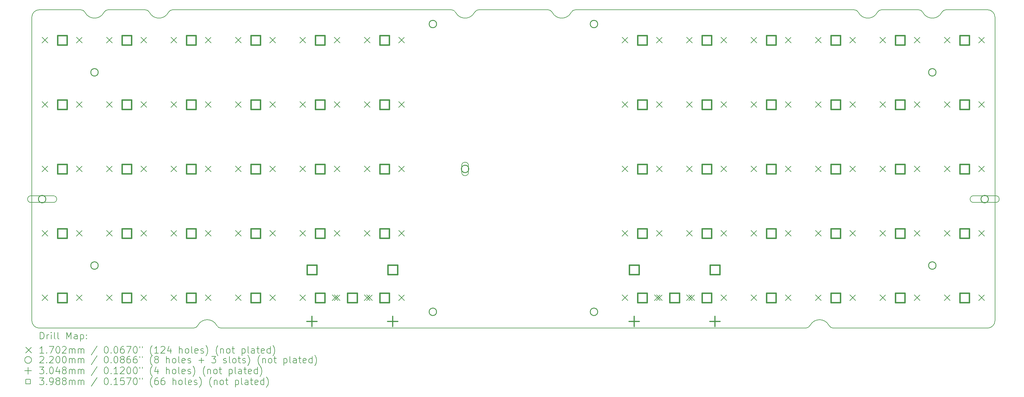
<source format=gbr>
%FSLAX45Y45*%
G04 Gerber Fmt 4.5, Leading zero omitted, Abs format (unit mm)*
G04 Created by KiCad (PCBNEW 6.0.1-79c1e3a40b~116~ubuntu21.10.1) date 2022-01-31 22:58:53*
%MOMM*%
%LPD*%
G01*
G04 APERTURE LIST*
%TA.AperFunction,Profile*%
%ADD10C,0.200000*%
%TD*%
%ADD11C,0.200000*%
%ADD12C,0.170180*%
%ADD13C,0.220000*%
%ADD14C,0.304800*%
%ADD15C,0.398780*%
G04 APERTURE END LIST*
D10*
X23876439Y-14949375D02*
X6603561Y-14949375D01*
X29475000Y-14724375D02*
X29475000Y-5754375D01*
X27210189Y-5529375D02*
X26129811Y-5529375D01*
X29250000Y-14949375D02*
X24701061Y-14949375D01*
X16389443Y-5610020D02*
G75*
G03*
X16256439Y-5529375I-133003J-69355D01*
G01*
X16256439Y-5529375D02*
X14223561Y-5529375D01*
X13531943Y-5610020D02*
G75*
G03*
X13398939Y-5529375I-133003J-69355D01*
G01*
X5778939Y-14949375D02*
X1230000Y-14949375D01*
X13531943Y-5610020D02*
G75*
G03*
X14090557Y-5610020I279307J145645D01*
G01*
X1230000Y-5529375D02*
G75*
G03*
X1005000Y-5754375I0J-225000D01*
G01*
X13398939Y-5529375D02*
X5174811Y-5529375D01*
X14223561Y-5529375D02*
G75*
G03*
X14090557Y-5610020I0J-150000D01*
G01*
X25305189Y-5529375D02*
X17081061Y-5529375D01*
X16389443Y-5610020D02*
G75*
G03*
X16948057Y-5610020I279307J145645D01*
G01*
X25438193Y-5610020D02*
G75*
G03*
X25996807Y-5610020I279307J145645D01*
G01*
X25438193Y-5610020D02*
G75*
G03*
X25305189Y-5529375I-133003J-69355D01*
G01*
X17081061Y-5529375D02*
G75*
G03*
X16948057Y-5610020I0J-150000D01*
G01*
X1005000Y-14724375D02*
X1005000Y-5754375D01*
X29475000Y-5754375D02*
G75*
G03*
X29250000Y-5529375I-225000J0D01*
G01*
X6470557Y-14868730D02*
G75*
G03*
X6603561Y-14949375I133004J69355D01*
G01*
X23876439Y-14949375D02*
G75*
G03*
X24009443Y-14868730I0J150000D01*
G01*
X24568057Y-14868730D02*
G75*
G03*
X24701061Y-14949375I133004J69355D01*
G01*
X24568057Y-14868730D02*
G75*
G03*
X24009443Y-14868730I-279307J-145645D01*
G01*
X29250000Y-14949375D02*
G75*
G03*
X29475000Y-14724375I0J225000D01*
G01*
X26129811Y-5529375D02*
G75*
G03*
X25996807Y-5610020I0J-150000D01*
G01*
X5778939Y-14949375D02*
G75*
G03*
X5911943Y-14868730I0J150000D01*
G01*
X6470557Y-14868730D02*
G75*
G03*
X5911943Y-14868730I-279307J-145645D01*
G01*
X1005000Y-14724375D02*
G75*
G03*
X1230000Y-14949375I225000J0D01*
G01*
X5174811Y-5529375D02*
G75*
G03*
X5041807Y-5610020I0J-150000D01*
G01*
X4483193Y-5610020D02*
G75*
G03*
X5041807Y-5610020I279307J145645D01*
G01*
X4483193Y-5610020D02*
G75*
G03*
X4350189Y-5529375I-133003J-69355D01*
G01*
X29250000Y-5529375D02*
X28034810Y-5529375D01*
X28034810Y-5529375D02*
G75*
G03*
X27901807Y-5610020I0J-150000D01*
G01*
X27343193Y-5610020D02*
G75*
G03*
X27210189Y-5529375I-133003J-69355D01*
G01*
X27343193Y-5610020D02*
G75*
G03*
X27901807Y-5610020I279307J145645D01*
G01*
X3269811Y-5529375D02*
G75*
G03*
X3136807Y-5610020I0J-150000D01*
G01*
X2578193Y-5610020D02*
G75*
G03*
X2445190Y-5529375I-133004J-69355D01*
G01*
X3269811Y-5529375D02*
X4350189Y-5529375D01*
X1230000Y-5529375D02*
X2445190Y-5529375D01*
X2578193Y-5610020D02*
G75*
G03*
X3136807Y-5610020I279307J145645D01*
G01*
D11*
D12*
X1311907Y-6344285D02*
X1482087Y-6514465D01*
X1482087Y-6344285D02*
X1311907Y-6514465D01*
X1311912Y-8249292D02*
X1482092Y-8419472D01*
X1482092Y-8249292D02*
X1311912Y-8419472D01*
X1311912Y-10154294D02*
X1482092Y-10324474D01*
X1482092Y-10154294D02*
X1311912Y-10324474D01*
X1311912Y-12059295D02*
X1482092Y-12229475D01*
X1482092Y-12059295D02*
X1311912Y-12229475D01*
X1311912Y-13964297D02*
X1482092Y-14134477D01*
X1482092Y-13964297D02*
X1311912Y-14134477D01*
X2327907Y-6344285D02*
X2498087Y-6514465D01*
X2498087Y-6344285D02*
X2327907Y-6514465D01*
X2327912Y-8249292D02*
X2498092Y-8419472D01*
X2498092Y-8249292D02*
X2327912Y-8419472D01*
X2327912Y-10154294D02*
X2498092Y-10324474D01*
X2498092Y-10154294D02*
X2327912Y-10324474D01*
X2327912Y-12059295D02*
X2498092Y-12229475D01*
X2498092Y-12059295D02*
X2327912Y-12229475D01*
X2327912Y-13964297D02*
X2498092Y-14134477D01*
X2498092Y-13964297D02*
X2327912Y-14134477D01*
X3216913Y-6344290D02*
X3387093Y-6514470D01*
X3387093Y-6344290D02*
X3216913Y-6514470D01*
X3216913Y-8249292D02*
X3387093Y-8419472D01*
X3387093Y-8249292D02*
X3216913Y-8419472D01*
X3216913Y-10154294D02*
X3387093Y-10324474D01*
X3387093Y-10154294D02*
X3216913Y-10324474D01*
X3216913Y-12059295D02*
X3387093Y-12229475D01*
X3387093Y-12059295D02*
X3216913Y-12229475D01*
X3216913Y-13964297D02*
X3387093Y-14134477D01*
X3387093Y-13964297D02*
X3216913Y-14134477D01*
X4232913Y-6344290D02*
X4403093Y-6514470D01*
X4403093Y-6344290D02*
X4232913Y-6514470D01*
X4232913Y-8249292D02*
X4403093Y-8419472D01*
X4403093Y-8249292D02*
X4232913Y-8419472D01*
X4232913Y-10154294D02*
X4403093Y-10324474D01*
X4403093Y-10154294D02*
X4232913Y-10324474D01*
X4232913Y-12059295D02*
X4403093Y-12229475D01*
X4403093Y-12059295D02*
X4232913Y-12229475D01*
X4232913Y-13964297D02*
X4403093Y-14134477D01*
X4403093Y-13964297D02*
X4232913Y-14134477D01*
X5121915Y-6344290D02*
X5292095Y-6514470D01*
X5292095Y-6344290D02*
X5121915Y-6514470D01*
X5121915Y-8249292D02*
X5292095Y-8419472D01*
X5292095Y-8249292D02*
X5121915Y-8419472D01*
X5121915Y-10154294D02*
X5292095Y-10324474D01*
X5292095Y-10154294D02*
X5121915Y-10324474D01*
X5121915Y-12059295D02*
X5292095Y-12229475D01*
X5292095Y-12059295D02*
X5121915Y-12229475D01*
X5121915Y-13964297D02*
X5292095Y-14134477D01*
X5292095Y-13964297D02*
X5121915Y-14134477D01*
X6137915Y-6344290D02*
X6308095Y-6514470D01*
X6308095Y-6344290D02*
X6137915Y-6514470D01*
X6137915Y-8249292D02*
X6308095Y-8419472D01*
X6308095Y-8249292D02*
X6137915Y-8419472D01*
X6137915Y-10154294D02*
X6308095Y-10324474D01*
X6308095Y-10154294D02*
X6137915Y-10324474D01*
X6137915Y-12059295D02*
X6308095Y-12229475D01*
X6308095Y-12059295D02*
X6137915Y-12229475D01*
X6137915Y-13964297D02*
X6308095Y-14134477D01*
X6308095Y-13964297D02*
X6137915Y-14134477D01*
X7026916Y-6344290D02*
X7197096Y-6514470D01*
X7197096Y-6344290D02*
X7026916Y-6514470D01*
X7026916Y-8249292D02*
X7197096Y-8419472D01*
X7197096Y-8249292D02*
X7026916Y-8419472D01*
X7026916Y-10154294D02*
X7197096Y-10324474D01*
X7197096Y-10154294D02*
X7026916Y-10324474D01*
X7026916Y-12059295D02*
X7197096Y-12229475D01*
X7197096Y-12059295D02*
X7026916Y-12229475D01*
X7026916Y-13964297D02*
X7197096Y-14134477D01*
X7197096Y-13964297D02*
X7026916Y-14134477D01*
X8042916Y-6344290D02*
X8213096Y-6514470D01*
X8213096Y-6344290D02*
X8042916Y-6514470D01*
X8042916Y-8249292D02*
X8213096Y-8419472D01*
X8213096Y-8249292D02*
X8042916Y-8419472D01*
X8042916Y-10154294D02*
X8213096Y-10324474D01*
X8213096Y-10154294D02*
X8042916Y-10324474D01*
X8042916Y-12059295D02*
X8213096Y-12229475D01*
X8213096Y-12059295D02*
X8042916Y-12229475D01*
X8042916Y-13964297D02*
X8213096Y-14134477D01*
X8213096Y-13964297D02*
X8042916Y-14134477D01*
X8931918Y-6344290D02*
X9102098Y-6514470D01*
X9102098Y-6344290D02*
X8931918Y-6514470D01*
X8931918Y-8249292D02*
X9102098Y-8419472D01*
X9102098Y-8249292D02*
X8931918Y-8419472D01*
X8931918Y-10154294D02*
X9102098Y-10324474D01*
X9102098Y-10154294D02*
X8931918Y-10324474D01*
X8931918Y-12059295D02*
X9102098Y-12229475D01*
X9102098Y-12059295D02*
X8931918Y-12229475D01*
X8931918Y-13964297D02*
X9102098Y-14134477D01*
X9102098Y-13964297D02*
X8931918Y-14134477D01*
X9884419Y-13964297D02*
X10054599Y-14134477D01*
X10054599Y-13964297D02*
X9884419Y-14134477D01*
X9947918Y-6344290D02*
X10118098Y-6514470D01*
X10118098Y-6344290D02*
X9947918Y-6514470D01*
X9947918Y-8249292D02*
X10118098Y-8419472D01*
X10118098Y-8249292D02*
X9947918Y-8419472D01*
X9947918Y-10154294D02*
X10118098Y-10324474D01*
X10118098Y-10154294D02*
X9947918Y-10324474D01*
X9947918Y-12059295D02*
X10118098Y-12229475D01*
X10118098Y-12059295D02*
X9947918Y-12229475D01*
X9947918Y-13964297D02*
X10118098Y-14134477D01*
X10118098Y-13964297D02*
X9947918Y-14134477D01*
X10836920Y-6344290D02*
X11007100Y-6514470D01*
X11007100Y-6344290D02*
X10836920Y-6514470D01*
X10836920Y-8249292D02*
X11007100Y-8419472D01*
X11007100Y-8249292D02*
X10836920Y-8419472D01*
X10836920Y-10154294D02*
X11007100Y-10324474D01*
X11007100Y-10154294D02*
X10836920Y-10324474D01*
X10836920Y-12059295D02*
X11007100Y-12229475D01*
X11007100Y-12059295D02*
X10836920Y-12229475D01*
X10836920Y-13964297D02*
X11007100Y-14134477D01*
X11007100Y-13964297D02*
X10836920Y-14134477D01*
X10900419Y-13964297D02*
X11070599Y-14134477D01*
X11070599Y-13964297D02*
X10900419Y-14134477D01*
X11852920Y-6344290D02*
X12023100Y-6514470D01*
X12023100Y-6344290D02*
X11852920Y-6514470D01*
X11852920Y-8249292D02*
X12023100Y-8419472D01*
X12023100Y-8249292D02*
X11852920Y-8419472D01*
X11852920Y-10154294D02*
X12023100Y-10324474D01*
X12023100Y-10154294D02*
X11852920Y-10324474D01*
X11852920Y-12059295D02*
X12023100Y-12229475D01*
X12023100Y-12059295D02*
X11852920Y-12229475D01*
X11852920Y-13964297D02*
X12023100Y-14134477D01*
X12023100Y-13964297D02*
X11852920Y-14134477D01*
X18456926Y-6344290D02*
X18627106Y-6514470D01*
X18627106Y-6344290D02*
X18456926Y-6514470D01*
X18456926Y-8249292D02*
X18627106Y-8419472D01*
X18627106Y-8249292D02*
X18456926Y-8419472D01*
X18456926Y-10154294D02*
X18627106Y-10324474D01*
X18627106Y-10154294D02*
X18456926Y-10324474D01*
X18456926Y-12059295D02*
X18627106Y-12229475D01*
X18627106Y-12059295D02*
X18456926Y-12229475D01*
X18456926Y-13964297D02*
X18627106Y-14134477D01*
X18627106Y-13964297D02*
X18456926Y-14134477D01*
X19409427Y-13964297D02*
X19579607Y-14134477D01*
X19579607Y-13964297D02*
X19409427Y-14134477D01*
X19472926Y-6344290D02*
X19643106Y-6514470D01*
X19643106Y-6344290D02*
X19472926Y-6514470D01*
X19472926Y-8249292D02*
X19643106Y-8419472D01*
X19643106Y-8249292D02*
X19472926Y-8419472D01*
X19472926Y-10154294D02*
X19643106Y-10324474D01*
X19643106Y-10154294D02*
X19472926Y-10324474D01*
X19472926Y-12059295D02*
X19643106Y-12229475D01*
X19643106Y-12059295D02*
X19472926Y-12229475D01*
X19472926Y-13964297D02*
X19643106Y-14134477D01*
X19643106Y-13964297D02*
X19472926Y-14134477D01*
X20361928Y-6344290D02*
X20532108Y-6514470D01*
X20532108Y-6344290D02*
X20361928Y-6514470D01*
X20361928Y-8249292D02*
X20532108Y-8419472D01*
X20532108Y-8249292D02*
X20361928Y-8419472D01*
X20361928Y-10154294D02*
X20532108Y-10324474D01*
X20532108Y-10154294D02*
X20361928Y-10324474D01*
X20361928Y-12059295D02*
X20532108Y-12229475D01*
X20532108Y-12059295D02*
X20361928Y-12229475D01*
X20361928Y-13964297D02*
X20532108Y-14134477D01*
X20532108Y-13964297D02*
X20361928Y-14134477D01*
X20425427Y-13964297D02*
X20595607Y-14134477D01*
X20595607Y-13964297D02*
X20425427Y-14134477D01*
X21377928Y-6344290D02*
X21548108Y-6514470D01*
X21548108Y-6344290D02*
X21377928Y-6514470D01*
X21377928Y-8249292D02*
X21548108Y-8419472D01*
X21548108Y-8249292D02*
X21377928Y-8419472D01*
X21377928Y-10154294D02*
X21548108Y-10324474D01*
X21548108Y-10154294D02*
X21377928Y-10324474D01*
X21377928Y-12059295D02*
X21548108Y-12229475D01*
X21548108Y-12059295D02*
X21377928Y-12229475D01*
X21377928Y-13964297D02*
X21548108Y-14134477D01*
X21548108Y-13964297D02*
X21377928Y-14134477D01*
X22266929Y-6344290D02*
X22437109Y-6514470D01*
X22437109Y-6344290D02*
X22266929Y-6514470D01*
X22266929Y-8249292D02*
X22437109Y-8419472D01*
X22437109Y-8249292D02*
X22266929Y-8419472D01*
X22266929Y-10154294D02*
X22437109Y-10324474D01*
X22437109Y-10154294D02*
X22266929Y-10324474D01*
X22266929Y-12059295D02*
X22437109Y-12229475D01*
X22437109Y-12059295D02*
X22266929Y-12229475D01*
X22266929Y-13964297D02*
X22437109Y-14134477D01*
X22437109Y-13964297D02*
X22266929Y-14134477D01*
X23282929Y-6344290D02*
X23453109Y-6514470D01*
X23453109Y-6344290D02*
X23282929Y-6514470D01*
X23282929Y-8249292D02*
X23453109Y-8419472D01*
X23453109Y-8249292D02*
X23282929Y-8419472D01*
X23282929Y-10154294D02*
X23453109Y-10324474D01*
X23453109Y-10154294D02*
X23282929Y-10324474D01*
X23282929Y-12059295D02*
X23453109Y-12229475D01*
X23453109Y-12059295D02*
X23282929Y-12229475D01*
X23282929Y-13964297D02*
X23453109Y-14134477D01*
X23453109Y-13964297D02*
X23282929Y-14134477D01*
X24171931Y-6344290D02*
X24342111Y-6514470D01*
X24342111Y-6344290D02*
X24171931Y-6514470D01*
X24171931Y-8249292D02*
X24342111Y-8419472D01*
X24342111Y-8249292D02*
X24171931Y-8419472D01*
X24171931Y-10154294D02*
X24342111Y-10324474D01*
X24342111Y-10154294D02*
X24171931Y-10324474D01*
X24171931Y-12059295D02*
X24342111Y-12229475D01*
X24342111Y-12059295D02*
X24171931Y-12229475D01*
X24171931Y-13964297D02*
X24342111Y-14134477D01*
X24342111Y-13964297D02*
X24171931Y-14134477D01*
X25187931Y-6344290D02*
X25358111Y-6514470D01*
X25358111Y-6344290D02*
X25187931Y-6514470D01*
X25187931Y-8249292D02*
X25358111Y-8419472D01*
X25358111Y-8249292D02*
X25187931Y-8419472D01*
X25187931Y-10154294D02*
X25358111Y-10324474D01*
X25358111Y-10154294D02*
X25187931Y-10324474D01*
X25187931Y-12059295D02*
X25358111Y-12229475D01*
X25358111Y-12059295D02*
X25187931Y-12229475D01*
X25187931Y-13964297D02*
X25358111Y-14134477D01*
X25358111Y-13964297D02*
X25187931Y-14134477D01*
X26076932Y-6344290D02*
X26247112Y-6514470D01*
X26247112Y-6344290D02*
X26076932Y-6514470D01*
X26076932Y-8249292D02*
X26247112Y-8419472D01*
X26247112Y-8249292D02*
X26076932Y-8419472D01*
X26076932Y-10154294D02*
X26247112Y-10324474D01*
X26247112Y-10154294D02*
X26076932Y-10324474D01*
X26076932Y-12059295D02*
X26247112Y-12229475D01*
X26247112Y-12059295D02*
X26076932Y-12229475D01*
X26076932Y-13964297D02*
X26247112Y-14134477D01*
X26247112Y-13964297D02*
X26076932Y-14134477D01*
X27092932Y-6344290D02*
X27263112Y-6514470D01*
X27263112Y-6344290D02*
X27092932Y-6514470D01*
X27092932Y-8249292D02*
X27263112Y-8419472D01*
X27263112Y-8249292D02*
X27092932Y-8419472D01*
X27092932Y-10154294D02*
X27263112Y-10324474D01*
X27263112Y-10154294D02*
X27092932Y-10324474D01*
X27092932Y-12059295D02*
X27263112Y-12229475D01*
X27263112Y-12059295D02*
X27092932Y-12229475D01*
X27092932Y-13964297D02*
X27263112Y-14134477D01*
X27263112Y-13964297D02*
X27092932Y-14134477D01*
X27981934Y-6344290D02*
X28152114Y-6514470D01*
X28152114Y-6344290D02*
X27981934Y-6514470D01*
X27981934Y-8249292D02*
X28152114Y-8419472D01*
X28152114Y-8249292D02*
X27981934Y-8419472D01*
X27981934Y-10154294D02*
X28152114Y-10324474D01*
X28152114Y-10154294D02*
X27981934Y-10324474D01*
X27981934Y-12059295D02*
X28152114Y-12229475D01*
X28152114Y-12059295D02*
X27981934Y-12229475D01*
X27981934Y-13964297D02*
X28152114Y-14134477D01*
X28152114Y-13964297D02*
X27981934Y-14134477D01*
X28997934Y-6344290D02*
X29168114Y-6514470D01*
X29168114Y-6344290D02*
X28997934Y-6514470D01*
X28997934Y-8249292D02*
X29168114Y-8419472D01*
X29168114Y-8249292D02*
X28997934Y-8419472D01*
X28997934Y-10154294D02*
X29168114Y-10324474D01*
X29168114Y-10154294D02*
X28997934Y-10324474D01*
X28997934Y-12059295D02*
X29168114Y-12229475D01*
X29168114Y-12059295D02*
X28997934Y-12229475D01*
X28997934Y-13964297D02*
X29168114Y-14134477D01*
X29168114Y-13964297D02*
X28997934Y-14134477D01*
D13*
X1419689Y-11132353D02*
G75*
G03*
X1419689Y-11132353I-110000J0D01*
G01*
D11*
X979689Y-11232353D02*
X1639689Y-11232353D01*
X979689Y-11032353D02*
X1639689Y-11032353D01*
X1639689Y-11232353D02*
G75*
G03*
X1639689Y-11032353I0J100000D01*
G01*
X979689Y-11032353D02*
G75*
G03*
X979689Y-11232353I0J-100000D01*
G01*
D13*
X2967497Y-7381875D02*
G75*
G03*
X2967497Y-7381875I-110000J0D01*
G01*
X2967502Y-13096885D02*
G75*
G03*
X2967502Y-13096885I-110000J0D01*
G01*
X12968761Y-5953130D02*
G75*
G03*
X12968761Y-5953130I-110000J0D01*
G01*
X12968761Y-14466106D02*
G75*
G03*
X12968761Y-14466106I-110000J0D01*
G01*
X13921262Y-10239384D02*
G75*
G03*
X13921262Y-10239384I-110000J0D01*
G01*
D11*
X13911262Y-10339384D02*
X13911262Y-10139384D01*
X13711262Y-10339384D02*
X13711262Y-10139384D01*
X13911262Y-10139384D02*
G75*
G03*
X13711262Y-10139384I-100000J0D01*
G01*
X13711262Y-10339384D02*
G75*
G03*
X13911262Y-10339384I100000J0D01*
G01*
D13*
X17731265Y-5953130D02*
G75*
G03*
X17731265Y-5953130I-110000J0D01*
G01*
X17731265Y-14466106D02*
G75*
G03*
X17731265Y-14466106I-110000J0D01*
G01*
X27732522Y-7381880D02*
G75*
G03*
X27732522Y-7381880I-110000J0D01*
G01*
X27732522Y-13096885D02*
G75*
G03*
X27732522Y-13096885I-110000J0D01*
G01*
X29280337Y-11132353D02*
G75*
G03*
X29280337Y-11132353I-110000J0D01*
G01*
D11*
X28840337Y-11232353D02*
X29500337Y-11232353D01*
X28840337Y-11032353D02*
X29500337Y-11032353D01*
X29500337Y-11232353D02*
G75*
G03*
X29500337Y-11032353I0J100000D01*
G01*
X28840337Y-11032353D02*
G75*
G03*
X28840337Y-11232353I0J-100000D01*
G01*
D14*
X9283709Y-14595487D02*
X9283709Y-14900287D01*
X9131309Y-14747887D02*
X9436109Y-14747887D01*
X11671309Y-14595487D02*
X11671309Y-14900287D01*
X11518909Y-14747887D02*
X11823709Y-14747887D01*
X18808717Y-14595487D02*
X18808717Y-14900287D01*
X18656317Y-14747887D02*
X18961117Y-14747887D01*
X21196317Y-14595487D02*
X21196317Y-14900287D01*
X21043917Y-14747887D02*
X21348717Y-14747887D01*
D15*
X2045988Y-6570366D02*
X2045988Y-6288384D01*
X1764005Y-6288384D01*
X1764005Y-6570366D01*
X2045988Y-6570366D01*
X2045993Y-8475373D02*
X2045993Y-8193391D01*
X1764010Y-8193391D01*
X1764010Y-8475373D01*
X2045993Y-8475373D01*
X2045993Y-10380375D02*
X2045993Y-10098392D01*
X1764010Y-10098392D01*
X1764010Y-10380375D01*
X2045993Y-10380375D01*
X2045993Y-12285377D02*
X2045993Y-12003394D01*
X1764010Y-12003394D01*
X1764010Y-12285377D01*
X2045993Y-12285377D01*
X2045993Y-14190378D02*
X2045993Y-13908395D01*
X1764010Y-13908395D01*
X1764010Y-14190378D01*
X2045993Y-14190378D01*
X3950995Y-6570372D02*
X3950995Y-6288389D01*
X3669012Y-6288389D01*
X3669012Y-6570372D01*
X3950995Y-6570372D01*
X3950995Y-8475373D02*
X3950995Y-8193391D01*
X3669012Y-8193391D01*
X3669012Y-8475373D01*
X3950995Y-8475373D01*
X3950995Y-10380375D02*
X3950995Y-10098392D01*
X3669012Y-10098392D01*
X3669012Y-10380375D01*
X3950995Y-10380375D01*
X3950995Y-12285377D02*
X3950995Y-12003394D01*
X3669012Y-12003394D01*
X3669012Y-12285377D01*
X3950995Y-12285377D01*
X3950995Y-14190378D02*
X3950995Y-13908395D01*
X3669012Y-13908395D01*
X3669012Y-14190378D01*
X3950995Y-14190378D01*
X5855996Y-6570372D02*
X5855996Y-6288389D01*
X5574013Y-6288389D01*
X5574013Y-6570372D01*
X5855996Y-6570372D01*
X5855996Y-8475373D02*
X5855996Y-8193391D01*
X5574013Y-8193391D01*
X5574013Y-8475373D01*
X5855996Y-8475373D01*
X5855996Y-10380375D02*
X5855996Y-10098392D01*
X5574013Y-10098392D01*
X5574013Y-10380375D01*
X5855996Y-10380375D01*
X5855996Y-12285377D02*
X5855996Y-12003394D01*
X5574013Y-12003394D01*
X5574013Y-12285377D01*
X5855996Y-12285377D01*
X5855996Y-14190378D02*
X5855996Y-13908395D01*
X5574013Y-13908395D01*
X5574013Y-14190378D01*
X5855996Y-14190378D01*
X7760998Y-6570372D02*
X7760998Y-6288389D01*
X7479015Y-6288389D01*
X7479015Y-6570372D01*
X7760998Y-6570372D01*
X7760998Y-8475373D02*
X7760998Y-8193391D01*
X7479015Y-8193391D01*
X7479015Y-8475373D01*
X7760998Y-8475373D01*
X7760998Y-10380375D02*
X7760998Y-10098392D01*
X7479015Y-10098392D01*
X7479015Y-10380375D01*
X7760998Y-10380375D01*
X7760998Y-12285377D02*
X7760998Y-12003394D01*
X7479015Y-12003394D01*
X7479015Y-12285377D01*
X7760998Y-12285377D01*
X7760998Y-14190378D02*
X7760998Y-13908395D01*
X7479015Y-13908395D01*
X7479015Y-14190378D01*
X7760998Y-14190378D01*
X9424700Y-13364878D02*
X9424700Y-13082895D01*
X9142717Y-13082895D01*
X9142717Y-13364878D01*
X9424700Y-13364878D01*
X9665999Y-6570372D02*
X9665999Y-6288389D01*
X9384017Y-6288389D01*
X9384017Y-6570372D01*
X9665999Y-6570372D01*
X9665999Y-8475373D02*
X9665999Y-8193391D01*
X9384017Y-8193391D01*
X9384017Y-8475373D01*
X9665999Y-8475373D01*
X9665999Y-10380375D02*
X9665999Y-10098392D01*
X9384017Y-10098392D01*
X9384017Y-10380375D01*
X9665999Y-10380375D01*
X9665999Y-12285377D02*
X9665999Y-12003394D01*
X9384017Y-12003394D01*
X9384017Y-12285377D01*
X9665999Y-12285377D01*
X9665999Y-14190378D02*
X9665999Y-13908395D01*
X9384017Y-13908395D01*
X9384017Y-14190378D01*
X9665999Y-14190378D01*
X10618500Y-14190378D02*
X10618500Y-13908395D01*
X10336517Y-13908395D01*
X10336517Y-14190378D01*
X10618500Y-14190378D01*
X11571001Y-6570372D02*
X11571001Y-6288389D01*
X11289018Y-6288389D01*
X11289018Y-6570372D01*
X11571001Y-6570372D01*
X11571001Y-8475373D02*
X11571001Y-8193391D01*
X11289018Y-8193391D01*
X11289018Y-8475373D01*
X11571001Y-8475373D01*
X11571001Y-10380375D02*
X11571001Y-10098392D01*
X11289018Y-10098392D01*
X11289018Y-10380375D01*
X11571001Y-10380375D01*
X11571001Y-12285377D02*
X11571001Y-12003394D01*
X11289018Y-12003394D01*
X11289018Y-12285377D01*
X11571001Y-12285377D01*
X11571001Y-14190378D02*
X11571001Y-13908395D01*
X11289018Y-13908395D01*
X11289018Y-14190378D01*
X11571001Y-14190378D01*
X11812300Y-13364878D02*
X11812300Y-13082895D01*
X11530317Y-13082895D01*
X11530317Y-13364878D01*
X11812300Y-13364878D01*
X18949708Y-13364878D02*
X18949708Y-13082895D01*
X18667725Y-13082895D01*
X18667725Y-13364878D01*
X18949708Y-13364878D01*
X19191007Y-6570372D02*
X19191007Y-6288389D01*
X18909025Y-6288389D01*
X18909025Y-6570372D01*
X19191007Y-6570372D01*
X19191007Y-8475373D02*
X19191007Y-8193391D01*
X18909025Y-8193391D01*
X18909025Y-8475373D01*
X19191007Y-8475373D01*
X19191007Y-10380375D02*
X19191007Y-10098392D01*
X18909025Y-10098392D01*
X18909025Y-10380375D01*
X19191007Y-10380375D01*
X19191007Y-12285377D02*
X19191007Y-12003394D01*
X18909025Y-12003394D01*
X18909025Y-12285377D01*
X19191007Y-12285377D01*
X19191007Y-14190378D02*
X19191007Y-13908395D01*
X18909025Y-13908395D01*
X18909025Y-14190378D01*
X19191007Y-14190378D01*
X20143508Y-14190378D02*
X20143508Y-13908395D01*
X19861525Y-13908395D01*
X19861525Y-14190378D01*
X20143508Y-14190378D01*
X21096009Y-6570372D02*
X21096009Y-6288389D01*
X20814026Y-6288389D01*
X20814026Y-6570372D01*
X21096009Y-6570372D01*
X21096009Y-8475373D02*
X21096009Y-8193391D01*
X20814026Y-8193391D01*
X20814026Y-8475373D01*
X21096009Y-8475373D01*
X21096009Y-10380375D02*
X21096009Y-10098392D01*
X20814026Y-10098392D01*
X20814026Y-10380375D01*
X21096009Y-10380375D01*
X21096009Y-12285377D02*
X21096009Y-12003394D01*
X20814026Y-12003394D01*
X20814026Y-12285377D01*
X21096009Y-12285377D01*
X21096009Y-14190378D02*
X21096009Y-13908395D01*
X20814026Y-13908395D01*
X20814026Y-14190378D01*
X21096009Y-14190378D01*
X21337308Y-13364878D02*
X21337308Y-13082895D01*
X21055325Y-13082895D01*
X21055325Y-13364878D01*
X21337308Y-13364878D01*
X23001011Y-6570372D02*
X23001011Y-6288389D01*
X22719028Y-6288389D01*
X22719028Y-6570372D01*
X23001011Y-6570372D01*
X23001011Y-8475373D02*
X23001011Y-8193391D01*
X22719028Y-8193391D01*
X22719028Y-8475373D01*
X23001011Y-8475373D01*
X23001011Y-10380375D02*
X23001011Y-10098392D01*
X22719028Y-10098392D01*
X22719028Y-10380375D01*
X23001011Y-10380375D01*
X23001011Y-12285377D02*
X23001011Y-12003394D01*
X22719028Y-12003394D01*
X22719028Y-12285377D01*
X23001011Y-12285377D01*
X23001011Y-14190378D02*
X23001011Y-13908395D01*
X22719028Y-13908395D01*
X22719028Y-14190378D01*
X23001011Y-14190378D01*
X24906012Y-6570372D02*
X24906012Y-6288389D01*
X24624029Y-6288389D01*
X24624029Y-6570372D01*
X24906012Y-6570372D01*
X24906012Y-8475373D02*
X24906012Y-8193391D01*
X24624029Y-8193391D01*
X24624029Y-8475373D01*
X24906012Y-8475373D01*
X24906012Y-10380375D02*
X24906012Y-10098392D01*
X24624029Y-10098392D01*
X24624029Y-10380375D01*
X24906012Y-10380375D01*
X24906012Y-12285377D02*
X24906012Y-12003394D01*
X24624029Y-12003394D01*
X24624029Y-12285377D01*
X24906012Y-12285377D01*
X24906012Y-14190378D02*
X24906012Y-13908395D01*
X24624029Y-13908395D01*
X24624029Y-14190378D01*
X24906012Y-14190378D01*
X26811014Y-6570372D02*
X26811014Y-6288389D01*
X26529031Y-6288389D01*
X26529031Y-6570372D01*
X26811014Y-6570372D01*
X26811014Y-8475373D02*
X26811014Y-8193391D01*
X26529031Y-8193391D01*
X26529031Y-8475373D01*
X26811014Y-8475373D01*
X26811014Y-10380375D02*
X26811014Y-10098392D01*
X26529031Y-10098392D01*
X26529031Y-10380375D01*
X26811014Y-10380375D01*
X26811014Y-12285377D02*
X26811014Y-12003394D01*
X26529031Y-12003394D01*
X26529031Y-12285377D01*
X26811014Y-12285377D01*
X26811014Y-14190378D02*
X26811014Y-13908395D01*
X26529031Y-13908395D01*
X26529031Y-14190378D01*
X26811014Y-14190378D01*
X28716015Y-6570372D02*
X28716015Y-6288389D01*
X28434033Y-6288389D01*
X28434033Y-6570372D01*
X28716015Y-6570372D01*
X28716015Y-8475373D02*
X28716015Y-8193391D01*
X28434033Y-8193391D01*
X28434033Y-8475373D01*
X28716015Y-8475373D01*
X28716015Y-10380375D02*
X28716015Y-10098392D01*
X28434033Y-10098392D01*
X28434033Y-10380375D01*
X28716015Y-10380375D01*
X28716015Y-12285377D02*
X28716015Y-12003394D01*
X28434033Y-12003394D01*
X28434033Y-12285377D01*
X28716015Y-12285377D01*
X28716015Y-14190378D02*
X28716015Y-13908395D01*
X28434033Y-13908395D01*
X28434033Y-14190378D01*
X28716015Y-14190378D01*
D11*
X1252619Y-15269851D02*
X1252619Y-15069851D01*
X1300238Y-15069851D01*
X1328810Y-15079375D01*
X1347857Y-15098423D01*
X1357381Y-15117470D01*
X1366905Y-15155565D01*
X1366905Y-15184137D01*
X1357381Y-15222232D01*
X1347857Y-15241280D01*
X1328810Y-15260327D01*
X1300238Y-15269851D01*
X1252619Y-15269851D01*
X1452619Y-15269851D02*
X1452619Y-15136518D01*
X1452619Y-15174613D02*
X1462143Y-15155565D01*
X1471667Y-15146042D01*
X1490714Y-15136518D01*
X1509762Y-15136518D01*
X1576428Y-15269851D02*
X1576428Y-15136518D01*
X1576428Y-15069851D02*
X1566905Y-15079375D01*
X1576428Y-15088899D01*
X1585952Y-15079375D01*
X1576428Y-15069851D01*
X1576428Y-15088899D01*
X1700238Y-15269851D02*
X1681190Y-15260327D01*
X1671667Y-15241280D01*
X1671667Y-15069851D01*
X1805000Y-15269851D02*
X1785952Y-15260327D01*
X1776428Y-15241280D01*
X1776428Y-15069851D01*
X2033571Y-15269851D02*
X2033571Y-15069851D01*
X2100238Y-15212708D01*
X2166905Y-15069851D01*
X2166905Y-15269851D01*
X2347857Y-15269851D02*
X2347857Y-15165089D01*
X2338333Y-15146042D01*
X2319286Y-15136518D01*
X2281190Y-15136518D01*
X2262143Y-15146042D01*
X2347857Y-15260327D02*
X2328810Y-15269851D01*
X2281190Y-15269851D01*
X2262143Y-15260327D01*
X2252619Y-15241280D01*
X2252619Y-15222232D01*
X2262143Y-15203184D01*
X2281190Y-15193661D01*
X2328810Y-15193661D01*
X2347857Y-15184137D01*
X2443095Y-15136518D02*
X2443095Y-15336518D01*
X2443095Y-15146042D02*
X2462143Y-15136518D01*
X2500238Y-15136518D01*
X2519286Y-15146042D01*
X2528810Y-15155565D01*
X2538333Y-15174613D01*
X2538333Y-15231756D01*
X2528810Y-15250803D01*
X2519286Y-15260327D01*
X2500238Y-15269851D01*
X2462143Y-15269851D01*
X2443095Y-15260327D01*
X2624048Y-15250803D02*
X2633571Y-15260327D01*
X2624048Y-15269851D01*
X2614524Y-15260327D01*
X2624048Y-15250803D01*
X2624048Y-15269851D01*
X2624048Y-15146042D02*
X2633571Y-15155565D01*
X2624048Y-15165089D01*
X2614524Y-15155565D01*
X2624048Y-15146042D01*
X2624048Y-15165089D01*
D12*
X824820Y-15514285D02*
X995000Y-15684465D01*
X995000Y-15514285D02*
X824820Y-15684465D01*
D11*
X1357381Y-15689851D02*
X1243095Y-15689851D01*
X1300238Y-15689851D02*
X1300238Y-15489851D01*
X1281190Y-15518423D01*
X1262143Y-15537470D01*
X1243095Y-15546994D01*
X1443095Y-15670803D02*
X1452619Y-15680327D01*
X1443095Y-15689851D01*
X1433571Y-15680327D01*
X1443095Y-15670803D01*
X1443095Y-15689851D01*
X1519286Y-15489851D02*
X1652619Y-15489851D01*
X1566905Y-15689851D01*
X1766905Y-15489851D02*
X1785952Y-15489851D01*
X1805000Y-15499375D01*
X1814524Y-15508899D01*
X1824048Y-15527946D01*
X1833571Y-15566042D01*
X1833571Y-15613661D01*
X1824048Y-15651756D01*
X1814524Y-15670803D01*
X1805000Y-15680327D01*
X1785952Y-15689851D01*
X1766905Y-15689851D01*
X1747857Y-15680327D01*
X1738333Y-15670803D01*
X1728809Y-15651756D01*
X1719286Y-15613661D01*
X1719286Y-15566042D01*
X1728809Y-15527946D01*
X1738333Y-15508899D01*
X1747857Y-15499375D01*
X1766905Y-15489851D01*
X1909762Y-15508899D02*
X1919286Y-15499375D01*
X1938333Y-15489851D01*
X1985952Y-15489851D01*
X2005000Y-15499375D01*
X2014524Y-15508899D01*
X2024048Y-15527946D01*
X2024048Y-15546994D01*
X2014524Y-15575565D01*
X1900238Y-15689851D01*
X2024048Y-15689851D01*
X2109762Y-15689851D02*
X2109762Y-15556518D01*
X2109762Y-15575565D02*
X2119286Y-15566042D01*
X2138333Y-15556518D01*
X2166905Y-15556518D01*
X2185952Y-15566042D01*
X2195476Y-15585089D01*
X2195476Y-15689851D01*
X2195476Y-15585089D02*
X2205000Y-15566042D01*
X2224048Y-15556518D01*
X2252619Y-15556518D01*
X2271667Y-15566042D01*
X2281190Y-15585089D01*
X2281190Y-15689851D01*
X2376429Y-15689851D02*
X2376429Y-15556518D01*
X2376429Y-15575565D02*
X2385952Y-15566042D01*
X2405000Y-15556518D01*
X2433571Y-15556518D01*
X2452619Y-15566042D01*
X2462143Y-15585089D01*
X2462143Y-15689851D01*
X2462143Y-15585089D02*
X2471667Y-15566042D01*
X2490714Y-15556518D01*
X2519286Y-15556518D01*
X2538333Y-15566042D01*
X2547857Y-15585089D01*
X2547857Y-15689851D01*
X2938333Y-15480327D02*
X2766905Y-15737470D01*
X3195476Y-15489851D02*
X3214524Y-15489851D01*
X3233571Y-15499375D01*
X3243095Y-15508899D01*
X3252619Y-15527946D01*
X3262143Y-15566042D01*
X3262143Y-15613661D01*
X3252619Y-15651756D01*
X3243095Y-15670803D01*
X3233571Y-15680327D01*
X3214524Y-15689851D01*
X3195476Y-15689851D01*
X3176428Y-15680327D01*
X3166905Y-15670803D01*
X3157381Y-15651756D01*
X3147857Y-15613661D01*
X3147857Y-15566042D01*
X3157381Y-15527946D01*
X3166905Y-15508899D01*
X3176428Y-15499375D01*
X3195476Y-15489851D01*
X3347857Y-15670803D02*
X3357381Y-15680327D01*
X3347857Y-15689851D01*
X3338333Y-15680327D01*
X3347857Y-15670803D01*
X3347857Y-15689851D01*
X3481190Y-15489851D02*
X3500238Y-15489851D01*
X3519286Y-15499375D01*
X3528809Y-15508899D01*
X3538333Y-15527946D01*
X3547857Y-15566042D01*
X3547857Y-15613661D01*
X3538333Y-15651756D01*
X3528809Y-15670803D01*
X3519286Y-15680327D01*
X3500238Y-15689851D01*
X3481190Y-15689851D01*
X3462143Y-15680327D01*
X3452619Y-15670803D01*
X3443095Y-15651756D01*
X3433571Y-15613661D01*
X3433571Y-15566042D01*
X3443095Y-15527946D01*
X3452619Y-15508899D01*
X3462143Y-15499375D01*
X3481190Y-15489851D01*
X3719286Y-15489851D02*
X3681190Y-15489851D01*
X3662143Y-15499375D01*
X3652619Y-15508899D01*
X3633571Y-15537470D01*
X3624048Y-15575565D01*
X3624048Y-15651756D01*
X3633571Y-15670803D01*
X3643095Y-15680327D01*
X3662143Y-15689851D01*
X3700238Y-15689851D01*
X3719286Y-15680327D01*
X3728809Y-15670803D01*
X3738333Y-15651756D01*
X3738333Y-15604137D01*
X3728809Y-15585089D01*
X3719286Y-15575565D01*
X3700238Y-15566042D01*
X3662143Y-15566042D01*
X3643095Y-15575565D01*
X3633571Y-15585089D01*
X3624048Y-15604137D01*
X3805000Y-15489851D02*
X3938333Y-15489851D01*
X3852619Y-15689851D01*
X4052619Y-15489851D02*
X4071667Y-15489851D01*
X4090714Y-15499375D01*
X4100238Y-15508899D01*
X4109762Y-15527946D01*
X4119286Y-15566042D01*
X4119286Y-15613661D01*
X4109762Y-15651756D01*
X4100238Y-15670803D01*
X4090714Y-15680327D01*
X4071667Y-15689851D01*
X4052619Y-15689851D01*
X4033571Y-15680327D01*
X4024048Y-15670803D01*
X4014524Y-15651756D01*
X4005000Y-15613661D01*
X4005000Y-15566042D01*
X4014524Y-15527946D01*
X4024048Y-15508899D01*
X4033571Y-15499375D01*
X4052619Y-15489851D01*
X4195476Y-15489851D02*
X4195476Y-15527946D01*
X4271667Y-15489851D02*
X4271667Y-15527946D01*
X4566905Y-15766042D02*
X4557381Y-15756518D01*
X4538333Y-15727946D01*
X4528810Y-15708899D01*
X4519286Y-15680327D01*
X4509762Y-15632708D01*
X4509762Y-15594613D01*
X4519286Y-15546994D01*
X4528810Y-15518423D01*
X4538333Y-15499375D01*
X4557381Y-15470803D01*
X4566905Y-15461280D01*
X4747857Y-15689851D02*
X4633571Y-15689851D01*
X4690714Y-15689851D02*
X4690714Y-15489851D01*
X4671667Y-15518423D01*
X4652619Y-15537470D01*
X4633571Y-15546994D01*
X4824048Y-15508899D02*
X4833571Y-15499375D01*
X4852619Y-15489851D01*
X4900238Y-15489851D01*
X4919286Y-15499375D01*
X4928810Y-15508899D01*
X4938333Y-15527946D01*
X4938333Y-15546994D01*
X4928810Y-15575565D01*
X4814524Y-15689851D01*
X4938333Y-15689851D01*
X5109762Y-15556518D02*
X5109762Y-15689851D01*
X5062143Y-15480327D02*
X5014524Y-15623184D01*
X5138333Y-15623184D01*
X5366905Y-15689851D02*
X5366905Y-15489851D01*
X5452619Y-15689851D02*
X5452619Y-15585089D01*
X5443095Y-15566042D01*
X5424048Y-15556518D01*
X5395476Y-15556518D01*
X5376429Y-15566042D01*
X5366905Y-15575565D01*
X5576429Y-15689851D02*
X5557381Y-15680327D01*
X5547857Y-15670803D01*
X5538333Y-15651756D01*
X5538333Y-15594613D01*
X5547857Y-15575565D01*
X5557381Y-15566042D01*
X5576429Y-15556518D01*
X5605000Y-15556518D01*
X5624048Y-15566042D01*
X5633571Y-15575565D01*
X5643095Y-15594613D01*
X5643095Y-15651756D01*
X5633571Y-15670803D01*
X5624048Y-15680327D01*
X5605000Y-15689851D01*
X5576429Y-15689851D01*
X5757381Y-15689851D02*
X5738333Y-15680327D01*
X5728809Y-15661280D01*
X5728809Y-15489851D01*
X5909762Y-15680327D02*
X5890714Y-15689851D01*
X5852619Y-15689851D01*
X5833571Y-15680327D01*
X5824048Y-15661280D01*
X5824048Y-15585089D01*
X5833571Y-15566042D01*
X5852619Y-15556518D01*
X5890714Y-15556518D01*
X5909762Y-15566042D01*
X5919286Y-15585089D01*
X5919286Y-15604137D01*
X5824048Y-15623184D01*
X5995476Y-15680327D02*
X6014524Y-15689851D01*
X6052619Y-15689851D01*
X6071667Y-15680327D01*
X6081190Y-15661280D01*
X6081190Y-15651756D01*
X6071667Y-15632708D01*
X6052619Y-15623184D01*
X6024048Y-15623184D01*
X6005000Y-15613661D01*
X5995476Y-15594613D01*
X5995476Y-15585089D01*
X6005000Y-15566042D01*
X6024048Y-15556518D01*
X6052619Y-15556518D01*
X6071667Y-15566042D01*
X6147857Y-15766042D02*
X6157381Y-15756518D01*
X6176428Y-15727946D01*
X6185952Y-15708899D01*
X6195476Y-15680327D01*
X6205000Y-15632708D01*
X6205000Y-15594613D01*
X6195476Y-15546994D01*
X6185952Y-15518423D01*
X6176428Y-15499375D01*
X6157381Y-15470803D01*
X6147857Y-15461280D01*
X6509762Y-15766042D02*
X6500238Y-15756518D01*
X6481190Y-15727946D01*
X6471667Y-15708899D01*
X6462143Y-15680327D01*
X6452619Y-15632708D01*
X6452619Y-15594613D01*
X6462143Y-15546994D01*
X6471667Y-15518423D01*
X6481190Y-15499375D01*
X6500238Y-15470803D01*
X6509762Y-15461280D01*
X6585952Y-15556518D02*
X6585952Y-15689851D01*
X6585952Y-15575565D02*
X6595476Y-15566042D01*
X6614524Y-15556518D01*
X6643095Y-15556518D01*
X6662143Y-15566042D01*
X6671667Y-15585089D01*
X6671667Y-15689851D01*
X6795476Y-15689851D02*
X6776428Y-15680327D01*
X6766905Y-15670803D01*
X6757381Y-15651756D01*
X6757381Y-15594613D01*
X6766905Y-15575565D01*
X6776428Y-15566042D01*
X6795476Y-15556518D01*
X6824048Y-15556518D01*
X6843095Y-15566042D01*
X6852619Y-15575565D01*
X6862143Y-15594613D01*
X6862143Y-15651756D01*
X6852619Y-15670803D01*
X6843095Y-15680327D01*
X6824048Y-15689851D01*
X6795476Y-15689851D01*
X6919286Y-15556518D02*
X6995476Y-15556518D01*
X6947857Y-15489851D02*
X6947857Y-15661280D01*
X6957381Y-15680327D01*
X6976428Y-15689851D01*
X6995476Y-15689851D01*
X7214524Y-15556518D02*
X7214524Y-15756518D01*
X7214524Y-15566042D02*
X7233571Y-15556518D01*
X7271667Y-15556518D01*
X7290714Y-15566042D01*
X7300238Y-15575565D01*
X7309762Y-15594613D01*
X7309762Y-15651756D01*
X7300238Y-15670803D01*
X7290714Y-15680327D01*
X7271667Y-15689851D01*
X7233571Y-15689851D01*
X7214524Y-15680327D01*
X7424048Y-15689851D02*
X7405000Y-15680327D01*
X7395476Y-15661280D01*
X7395476Y-15489851D01*
X7585952Y-15689851D02*
X7585952Y-15585089D01*
X7576428Y-15566042D01*
X7557381Y-15556518D01*
X7519286Y-15556518D01*
X7500238Y-15566042D01*
X7585952Y-15680327D02*
X7566905Y-15689851D01*
X7519286Y-15689851D01*
X7500238Y-15680327D01*
X7490714Y-15661280D01*
X7490714Y-15642232D01*
X7500238Y-15623184D01*
X7519286Y-15613661D01*
X7566905Y-15613661D01*
X7585952Y-15604137D01*
X7652619Y-15556518D02*
X7728809Y-15556518D01*
X7681190Y-15489851D02*
X7681190Y-15661280D01*
X7690714Y-15680327D01*
X7709762Y-15689851D01*
X7728809Y-15689851D01*
X7871667Y-15680327D02*
X7852619Y-15689851D01*
X7814524Y-15689851D01*
X7795476Y-15680327D01*
X7785952Y-15661280D01*
X7785952Y-15585089D01*
X7795476Y-15566042D01*
X7814524Y-15556518D01*
X7852619Y-15556518D01*
X7871667Y-15566042D01*
X7881190Y-15585089D01*
X7881190Y-15604137D01*
X7785952Y-15623184D01*
X8052619Y-15689851D02*
X8052619Y-15489851D01*
X8052619Y-15680327D02*
X8033571Y-15689851D01*
X7995476Y-15689851D01*
X7976428Y-15680327D01*
X7966905Y-15670803D01*
X7957381Y-15651756D01*
X7957381Y-15594613D01*
X7966905Y-15575565D01*
X7976428Y-15566042D01*
X7995476Y-15556518D01*
X8033571Y-15556518D01*
X8052619Y-15566042D01*
X8128809Y-15766042D02*
X8138333Y-15756518D01*
X8157381Y-15727946D01*
X8166905Y-15708899D01*
X8176428Y-15680327D01*
X8185952Y-15632708D01*
X8185952Y-15594613D01*
X8176428Y-15546994D01*
X8166905Y-15518423D01*
X8157381Y-15499375D01*
X8138333Y-15470803D01*
X8128809Y-15461280D01*
X995000Y-15889555D02*
G75*
G03*
X995000Y-15889555I-100000J0D01*
G01*
X1243095Y-15799079D02*
X1252619Y-15789555D01*
X1271667Y-15780031D01*
X1319286Y-15780031D01*
X1338333Y-15789555D01*
X1347857Y-15799079D01*
X1357381Y-15818126D01*
X1357381Y-15837174D01*
X1347857Y-15865745D01*
X1233571Y-15980031D01*
X1357381Y-15980031D01*
X1443095Y-15960983D02*
X1452619Y-15970507D01*
X1443095Y-15980031D01*
X1433571Y-15970507D01*
X1443095Y-15960983D01*
X1443095Y-15980031D01*
X1528809Y-15799079D02*
X1538333Y-15789555D01*
X1557381Y-15780031D01*
X1605000Y-15780031D01*
X1624048Y-15789555D01*
X1633571Y-15799079D01*
X1643095Y-15818126D01*
X1643095Y-15837174D01*
X1633571Y-15865745D01*
X1519286Y-15980031D01*
X1643095Y-15980031D01*
X1766905Y-15780031D02*
X1785952Y-15780031D01*
X1805000Y-15789555D01*
X1814524Y-15799079D01*
X1824048Y-15818126D01*
X1833571Y-15856222D01*
X1833571Y-15903841D01*
X1824048Y-15941936D01*
X1814524Y-15960983D01*
X1805000Y-15970507D01*
X1785952Y-15980031D01*
X1766905Y-15980031D01*
X1747857Y-15970507D01*
X1738333Y-15960983D01*
X1728809Y-15941936D01*
X1719286Y-15903841D01*
X1719286Y-15856222D01*
X1728809Y-15818126D01*
X1738333Y-15799079D01*
X1747857Y-15789555D01*
X1766905Y-15780031D01*
X1957381Y-15780031D02*
X1976428Y-15780031D01*
X1995476Y-15789555D01*
X2005000Y-15799079D01*
X2014524Y-15818126D01*
X2024048Y-15856222D01*
X2024048Y-15903841D01*
X2014524Y-15941936D01*
X2005000Y-15960983D01*
X1995476Y-15970507D01*
X1976428Y-15980031D01*
X1957381Y-15980031D01*
X1938333Y-15970507D01*
X1928809Y-15960983D01*
X1919286Y-15941936D01*
X1909762Y-15903841D01*
X1909762Y-15856222D01*
X1919286Y-15818126D01*
X1928809Y-15799079D01*
X1938333Y-15789555D01*
X1957381Y-15780031D01*
X2109762Y-15980031D02*
X2109762Y-15846698D01*
X2109762Y-15865745D02*
X2119286Y-15856222D01*
X2138333Y-15846698D01*
X2166905Y-15846698D01*
X2185952Y-15856222D01*
X2195476Y-15875269D01*
X2195476Y-15980031D01*
X2195476Y-15875269D02*
X2205000Y-15856222D01*
X2224048Y-15846698D01*
X2252619Y-15846698D01*
X2271667Y-15856222D01*
X2281190Y-15875269D01*
X2281190Y-15980031D01*
X2376429Y-15980031D02*
X2376429Y-15846698D01*
X2376429Y-15865745D02*
X2385952Y-15856222D01*
X2405000Y-15846698D01*
X2433571Y-15846698D01*
X2452619Y-15856222D01*
X2462143Y-15875269D01*
X2462143Y-15980031D01*
X2462143Y-15875269D02*
X2471667Y-15856222D01*
X2490714Y-15846698D01*
X2519286Y-15846698D01*
X2538333Y-15856222D01*
X2547857Y-15875269D01*
X2547857Y-15980031D01*
X2938333Y-15770507D02*
X2766905Y-16027650D01*
X3195476Y-15780031D02*
X3214524Y-15780031D01*
X3233571Y-15789555D01*
X3243095Y-15799079D01*
X3252619Y-15818126D01*
X3262143Y-15856222D01*
X3262143Y-15903841D01*
X3252619Y-15941936D01*
X3243095Y-15960983D01*
X3233571Y-15970507D01*
X3214524Y-15980031D01*
X3195476Y-15980031D01*
X3176428Y-15970507D01*
X3166905Y-15960983D01*
X3157381Y-15941936D01*
X3147857Y-15903841D01*
X3147857Y-15856222D01*
X3157381Y-15818126D01*
X3166905Y-15799079D01*
X3176428Y-15789555D01*
X3195476Y-15780031D01*
X3347857Y-15960983D02*
X3357381Y-15970507D01*
X3347857Y-15980031D01*
X3338333Y-15970507D01*
X3347857Y-15960983D01*
X3347857Y-15980031D01*
X3481190Y-15780031D02*
X3500238Y-15780031D01*
X3519286Y-15789555D01*
X3528809Y-15799079D01*
X3538333Y-15818126D01*
X3547857Y-15856222D01*
X3547857Y-15903841D01*
X3538333Y-15941936D01*
X3528809Y-15960983D01*
X3519286Y-15970507D01*
X3500238Y-15980031D01*
X3481190Y-15980031D01*
X3462143Y-15970507D01*
X3452619Y-15960983D01*
X3443095Y-15941936D01*
X3433571Y-15903841D01*
X3433571Y-15856222D01*
X3443095Y-15818126D01*
X3452619Y-15799079D01*
X3462143Y-15789555D01*
X3481190Y-15780031D01*
X3662143Y-15865745D02*
X3643095Y-15856222D01*
X3633571Y-15846698D01*
X3624048Y-15827650D01*
X3624048Y-15818126D01*
X3633571Y-15799079D01*
X3643095Y-15789555D01*
X3662143Y-15780031D01*
X3700238Y-15780031D01*
X3719286Y-15789555D01*
X3728809Y-15799079D01*
X3738333Y-15818126D01*
X3738333Y-15827650D01*
X3728809Y-15846698D01*
X3719286Y-15856222D01*
X3700238Y-15865745D01*
X3662143Y-15865745D01*
X3643095Y-15875269D01*
X3633571Y-15884793D01*
X3624048Y-15903841D01*
X3624048Y-15941936D01*
X3633571Y-15960983D01*
X3643095Y-15970507D01*
X3662143Y-15980031D01*
X3700238Y-15980031D01*
X3719286Y-15970507D01*
X3728809Y-15960983D01*
X3738333Y-15941936D01*
X3738333Y-15903841D01*
X3728809Y-15884793D01*
X3719286Y-15875269D01*
X3700238Y-15865745D01*
X3909762Y-15780031D02*
X3871667Y-15780031D01*
X3852619Y-15789555D01*
X3843095Y-15799079D01*
X3824048Y-15827650D01*
X3814524Y-15865745D01*
X3814524Y-15941936D01*
X3824048Y-15960983D01*
X3833571Y-15970507D01*
X3852619Y-15980031D01*
X3890714Y-15980031D01*
X3909762Y-15970507D01*
X3919286Y-15960983D01*
X3928809Y-15941936D01*
X3928809Y-15894317D01*
X3919286Y-15875269D01*
X3909762Y-15865745D01*
X3890714Y-15856222D01*
X3852619Y-15856222D01*
X3833571Y-15865745D01*
X3824048Y-15875269D01*
X3814524Y-15894317D01*
X4100238Y-15780031D02*
X4062143Y-15780031D01*
X4043095Y-15789555D01*
X4033571Y-15799079D01*
X4014524Y-15827650D01*
X4005000Y-15865745D01*
X4005000Y-15941936D01*
X4014524Y-15960983D01*
X4024048Y-15970507D01*
X4043095Y-15980031D01*
X4081190Y-15980031D01*
X4100238Y-15970507D01*
X4109762Y-15960983D01*
X4119286Y-15941936D01*
X4119286Y-15894317D01*
X4109762Y-15875269D01*
X4100238Y-15865745D01*
X4081190Y-15856222D01*
X4043095Y-15856222D01*
X4024048Y-15865745D01*
X4014524Y-15875269D01*
X4005000Y-15894317D01*
X4195476Y-15780031D02*
X4195476Y-15818126D01*
X4271667Y-15780031D02*
X4271667Y-15818126D01*
X4566905Y-16056222D02*
X4557381Y-16046698D01*
X4538333Y-16018126D01*
X4528810Y-15999079D01*
X4519286Y-15970507D01*
X4509762Y-15922888D01*
X4509762Y-15884793D01*
X4519286Y-15837174D01*
X4528810Y-15808603D01*
X4538333Y-15789555D01*
X4557381Y-15760983D01*
X4566905Y-15751460D01*
X4671667Y-15865745D02*
X4652619Y-15856222D01*
X4643095Y-15846698D01*
X4633571Y-15827650D01*
X4633571Y-15818126D01*
X4643095Y-15799079D01*
X4652619Y-15789555D01*
X4671667Y-15780031D01*
X4709762Y-15780031D01*
X4728810Y-15789555D01*
X4738333Y-15799079D01*
X4747857Y-15818126D01*
X4747857Y-15827650D01*
X4738333Y-15846698D01*
X4728810Y-15856222D01*
X4709762Y-15865745D01*
X4671667Y-15865745D01*
X4652619Y-15875269D01*
X4643095Y-15884793D01*
X4633571Y-15903841D01*
X4633571Y-15941936D01*
X4643095Y-15960983D01*
X4652619Y-15970507D01*
X4671667Y-15980031D01*
X4709762Y-15980031D01*
X4728810Y-15970507D01*
X4738333Y-15960983D01*
X4747857Y-15941936D01*
X4747857Y-15903841D01*
X4738333Y-15884793D01*
X4728810Y-15875269D01*
X4709762Y-15865745D01*
X4985952Y-15980031D02*
X4985952Y-15780031D01*
X5071667Y-15980031D02*
X5071667Y-15875269D01*
X5062143Y-15856222D01*
X5043095Y-15846698D01*
X5014524Y-15846698D01*
X4995476Y-15856222D01*
X4985952Y-15865745D01*
X5195476Y-15980031D02*
X5176429Y-15970507D01*
X5166905Y-15960983D01*
X5157381Y-15941936D01*
X5157381Y-15884793D01*
X5166905Y-15865745D01*
X5176429Y-15856222D01*
X5195476Y-15846698D01*
X5224048Y-15846698D01*
X5243095Y-15856222D01*
X5252619Y-15865745D01*
X5262143Y-15884793D01*
X5262143Y-15941936D01*
X5252619Y-15960983D01*
X5243095Y-15970507D01*
X5224048Y-15980031D01*
X5195476Y-15980031D01*
X5376429Y-15980031D02*
X5357381Y-15970507D01*
X5347857Y-15951460D01*
X5347857Y-15780031D01*
X5528810Y-15970507D02*
X5509762Y-15980031D01*
X5471667Y-15980031D01*
X5452619Y-15970507D01*
X5443095Y-15951460D01*
X5443095Y-15875269D01*
X5452619Y-15856222D01*
X5471667Y-15846698D01*
X5509762Y-15846698D01*
X5528810Y-15856222D01*
X5538333Y-15875269D01*
X5538333Y-15894317D01*
X5443095Y-15913364D01*
X5614524Y-15970507D02*
X5633571Y-15980031D01*
X5671667Y-15980031D01*
X5690714Y-15970507D01*
X5700238Y-15951460D01*
X5700238Y-15941936D01*
X5690714Y-15922888D01*
X5671667Y-15913364D01*
X5643095Y-15913364D01*
X5624048Y-15903841D01*
X5614524Y-15884793D01*
X5614524Y-15875269D01*
X5624048Y-15856222D01*
X5643095Y-15846698D01*
X5671667Y-15846698D01*
X5690714Y-15856222D01*
X5938333Y-15903841D02*
X6090714Y-15903841D01*
X6014524Y-15980031D02*
X6014524Y-15827650D01*
X6319286Y-15780031D02*
X6443095Y-15780031D01*
X6376428Y-15856222D01*
X6405000Y-15856222D01*
X6424048Y-15865745D01*
X6433571Y-15875269D01*
X6443095Y-15894317D01*
X6443095Y-15941936D01*
X6433571Y-15960983D01*
X6424048Y-15970507D01*
X6405000Y-15980031D01*
X6347857Y-15980031D01*
X6328809Y-15970507D01*
X6319286Y-15960983D01*
X6671667Y-15970507D02*
X6690714Y-15980031D01*
X6728809Y-15980031D01*
X6747857Y-15970507D01*
X6757381Y-15951460D01*
X6757381Y-15941936D01*
X6747857Y-15922888D01*
X6728809Y-15913364D01*
X6700238Y-15913364D01*
X6681190Y-15903841D01*
X6671667Y-15884793D01*
X6671667Y-15875269D01*
X6681190Y-15856222D01*
X6700238Y-15846698D01*
X6728809Y-15846698D01*
X6747857Y-15856222D01*
X6871667Y-15980031D02*
X6852619Y-15970507D01*
X6843095Y-15951460D01*
X6843095Y-15780031D01*
X6976428Y-15980031D02*
X6957381Y-15970507D01*
X6947857Y-15960983D01*
X6938333Y-15941936D01*
X6938333Y-15884793D01*
X6947857Y-15865745D01*
X6957381Y-15856222D01*
X6976428Y-15846698D01*
X7005000Y-15846698D01*
X7024048Y-15856222D01*
X7033571Y-15865745D01*
X7043095Y-15884793D01*
X7043095Y-15941936D01*
X7033571Y-15960983D01*
X7024048Y-15970507D01*
X7005000Y-15980031D01*
X6976428Y-15980031D01*
X7100238Y-15846698D02*
X7176428Y-15846698D01*
X7128809Y-15780031D02*
X7128809Y-15951460D01*
X7138333Y-15970507D01*
X7157381Y-15980031D01*
X7176428Y-15980031D01*
X7233571Y-15970507D02*
X7252619Y-15980031D01*
X7290714Y-15980031D01*
X7309762Y-15970507D01*
X7319286Y-15951460D01*
X7319286Y-15941936D01*
X7309762Y-15922888D01*
X7290714Y-15913364D01*
X7262143Y-15913364D01*
X7243095Y-15903841D01*
X7233571Y-15884793D01*
X7233571Y-15875269D01*
X7243095Y-15856222D01*
X7262143Y-15846698D01*
X7290714Y-15846698D01*
X7309762Y-15856222D01*
X7385952Y-16056222D02*
X7395476Y-16046698D01*
X7414524Y-16018126D01*
X7424048Y-15999079D01*
X7433571Y-15970507D01*
X7443095Y-15922888D01*
X7443095Y-15884793D01*
X7433571Y-15837174D01*
X7424048Y-15808603D01*
X7414524Y-15789555D01*
X7395476Y-15760983D01*
X7385952Y-15751460D01*
X7747857Y-16056222D02*
X7738333Y-16046698D01*
X7719286Y-16018126D01*
X7709762Y-15999079D01*
X7700238Y-15970507D01*
X7690714Y-15922888D01*
X7690714Y-15884793D01*
X7700238Y-15837174D01*
X7709762Y-15808603D01*
X7719286Y-15789555D01*
X7738333Y-15760983D01*
X7747857Y-15751460D01*
X7824048Y-15846698D02*
X7824048Y-15980031D01*
X7824048Y-15865745D02*
X7833571Y-15856222D01*
X7852619Y-15846698D01*
X7881190Y-15846698D01*
X7900238Y-15856222D01*
X7909762Y-15875269D01*
X7909762Y-15980031D01*
X8033571Y-15980031D02*
X8014524Y-15970507D01*
X8005000Y-15960983D01*
X7995476Y-15941936D01*
X7995476Y-15884793D01*
X8005000Y-15865745D01*
X8014524Y-15856222D01*
X8033571Y-15846698D01*
X8062143Y-15846698D01*
X8081190Y-15856222D01*
X8090714Y-15865745D01*
X8100238Y-15884793D01*
X8100238Y-15941936D01*
X8090714Y-15960983D01*
X8081190Y-15970507D01*
X8062143Y-15980031D01*
X8033571Y-15980031D01*
X8157381Y-15846698D02*
X8233571Y-15846698D01*
X8185952Y-15780031D02*
X8185952Y-15951460D01*
X8195476Y-15970507D01*
X8214524Y-15980031D01*
X8233571Y-15980031D01*
X8452619Y-15846698D02*
X8452619Y-16046698D01*
X8452619Y-15856222D02*
X8471667Y-15846698D01*
X8509762Y-15846698D01*
X8528810Y-15856222D01*
X8538333Y-15865745D01*
X8547857Y-15884793D01*
X8547857Y-15941936D01*
X8538333Y-15960983D01*
X8528810Y-15970507D01*
X8509762Y-15980031D01*
X8471667Y-15980031D01*
X8452619Y-15970507D01*
X8662143Y-15980031D02*
X8643095Y-15970507D01*
X8633571Y-15951460D01*
X8633571Y-15780031D01*
X8824048Y-15980031D02*
X8824048Y-15875269D01*
X8814524Y-15856222D01*
X8795476Y-15846698D01*
X8757381Y-15846698D01*
X8738333Y-15856222D01*
X8824048Y-15970507D02*
X8805000Y-15980031D01*
X8757381Y-15980031D01*
X8738333Y-15970507D01*
X8728810Y-15951460D01*
X8728810Y-15932412D01*
X8738333Y-15913364D01*
X8757381Y-15903841D01*
X8805000Y-15903841D01*
X8824048Y-15894317D01*
X8890714Y-15846698D02*
X8966905Y-15846698D01*
X8919286Y-15780031D02*
X8919286Y-15951460D01*
X8928810Y-15970507D01*
X8947857Y-15980031D01*
X8966905Y-15980031D01*
X9109762Y-15970507D02*
X9090714Y-15980031D01*
X9052619Y-15980031D01*
X9033571Y-15970507D01*
X9024048Y-15951460D01*
X9024048Y-15875269D01*
X9033571Y-15856222D01*
X9052619Y-15846698D01*
X9090714Y-15846698D01*
X9109762Y-15856222D01*
X9119286Y-15875269D01*
X9119286Y-15894317D01*
X9024048Y-15913364D01*
X9290714Y-15980031D02*
X9290714Y-15780031D01*
X9290714Y-15970507D02*
X9271667Y-15980031D01*
X9233571Y-15980031D01*
X9214524Y-15970507D01*
X9205000Y-15960983D01*
X9195476Y-15941936D01*
X9195476Y-15884793D01*
X9205000Y-15865745D01*
X9214524Y-15856222D01*
X9233571Y-15846698D01*
X9271667Y-15846698D01*
X9290714Y-15856222D01*
X9366905Y-16056222D02*
X9376429Y-16046698D01*
X9395476Y-16018126D01*
X9405000Y-15999079D01*
X9414524Y-15970507D01*
X9424048Y-15922888D01*
X9424048Y-15884793D01*
X9414524Y-15837174D01*
X9405000Y-15808603D01*
X9395476Y-15789555D01*
X9376429Y-15760983D01*
X9366905Y-15751460D01*
X895000Y-16109555D02*
X895000Y-16309555D01*
X795000Y-16209555D02*
X995000Y-16209555D01*
X1233571Y-16100031D02*
X1357381Y-16100031D01*
X1290714Y-16176222D01*
X1319286Y-16176222D01*
X1338333Y-16185745D01*
X1347857Y-16195269D01*
X1357381Y-16214317D01*
X1357381Y-16261936D01*
X1347857Y-16280983D01*
X1338333Y-16290507D01*
X1319286Y-16300031D01*
X1262143Y-16300031D01*
X1243095Y-16290507D01*
X1233571Y-16280983D01*
X1443095Y-16280983D02*
X1452619Y-16290507D01*
X1443095Y-16300031D01*
X1433571Y-16290507D01*
X1443095Y-16280983D01*
X1443095Y-16300031D01*
X1576428Y-16100031D02*
X1595476Y-16100031D01*
X1614524Y-16109555D01*
X1624048Y-16119079D01*
X1633571Y-16138126D01*
X1643095Y-16176222D01*
X1643095Y-16223841D01*
X1633571Y-16261936D01*
X1624048Y-16280983D01*
X1614524Y-16290507D01*
X1595476Y-16300031D01*
X1576428Y-16300031D01*
X1557381Y-16290507D01*
X1547857Y-16280983D01*
X1538333Y-16261936D01*
X1528809Y-16223841D01*
X1528809Y-16176222D01*
X1538333Y-16138126D01*
X1547857Y-16119079D01*
X1557381Y-16109555D01*
X1576428Y-16100031D01*
X1814524Y-16166698D02*
X1814524Y-16300031D01*
X1766905Y-16090507D02*
X1719286Y-16233364D01*
X1843095Y-16233364D01*
X1947857Y-16185745D02*
X1928809Y-16176222D01*
X1919286Y-16166698D01*
X1909762Y-16147650D01*
X1909762Y-16138126D01*
X1919286Y-16119079D01*
X1928809Y-16109555D01*
X1947857Y-16100031D01*
X1985952Y-16100031D01*
X2005000Y-16109555D01*
X2014524Y-16119079D01*
X2024048Y-16138126D01*
X2024048Y-16147650D01*
X2014524Y-16166698D01*
X2005000Y-16176222D01*
X1985952Y-16185745D01*
X1947857Y-16185745D01*
X1928809Y-16195269D01*
X1919286Y-16204793D01*
X1909762Y-16223841D01*
X1909762Y-16261936D01*
X1919286Y-16280983D01*
X1928809Y-16290507D01*
X1947857Y-16300031D01*
X1985952Y-16300031D01*
X2005000Y-16290507D01*
X2014524Y-16280983D01*
X2024048Y-16261936D01*
X2024048Y-16223841D01*
X2014524Y-16204793D01*
X2005000Y-16195269D01*
X1985952Y-16185745D01*
X2109762Y-16300031D02*
X2109762Y-16166698D01*
X2109762Y-16185745D02*
X2119286Y-16176222D01*
X2138333Y-16166698D01*
X2166905Y-16166698D01*
X2185952Y-16176222D01*
X2195476Y-16195269D01*
X2195476Y-16300031D01*
X2195476Y-16195269D02*
X2205000Y-16176222D01*
X2224048Y-16166698D01*
X2252619Y-16166698D01*
X2271667Y-16176222D01*
X2281190Y-16195269D01*
X2281190Y-16300031D01*
X2376429Y-16300031D02*
X2376429Y-16166698D01*
X2376429Y-16185745D02*
X2385952Y-16176222D01*
X2405000Y-16166698D01*
X2433571Y-16166698D01*
X2452619Y-16176222D01*
X2462143Y-16195269D01*
X2462143Y-16300031D01*
X2462143Y-16195269D02*
X2471667Y-16176222D01*
X2490714Y-16166698D01*
X2519286Y-16166698D01*
X2538333Y-16176222D01*
X2547857Y-16195269D01*
X2547857Y-16300031D01*
X2938333Y-16090507D02*
X2766905Y-16347650D01*
X3195476Y-16100031D02*
X3214524Y-16100031D01*
X3233571Y-16109555D01*
X3243095Y-16119079D01*
X3252619Y-16138126D01*
X3262143Y-16176222D01*
X3262143Y-16223841D01*
X3252619Y-16261936D01*
X3243095Y-16280983D01*
X3233571Y-16290507D01*
X3214524Y-16300031D01*
X3195476Y-16300031D01*
X3176428Y-16290507D01*
X3166905Y-16280983D01*
X3157381Y-16261936D01*
X3147857Y-16223841D01*
X3147857Y-16176222D01*
X3157381Y-16138126D01*
X3166905Y-16119079D01*
X3176428Y-16109555D01*
X3195476Y-16100031D01*
X3347857Y-16280983D02*
X3357381Y-16290507D01*
X3347857Y-16300031D01*
X3338333Y-16290507D01*
X3347857Y-16280983D01*
X3347857Y-16300031D01*
X3547857Y-16300031D02*
X3433571Y-16300031D01*
X3490714Y-16300031D02*
X3490714Y-16100031D01*
X3471667Y-16128603D01*
X3452619Y-16147650D01*
X3433571Y-16157174D01*
X3624048Y-16119079D02*
X3633571Y-16109555D01*
X3652619Y-16100031D01*
X3700238Y-16100031D01*
X3719286Y-16109555D01*
X3728809Y-16119079D01*
X3738333Y-16138126D01*
X3738333Y-16157174D01*
X3728809Y-16185745D01*
X3614524Y-16300031D01*
X3738333Y-16300031D01*
X3862143Y-16100031D02*
X3881190Y-16100031D01*
X3900238Y-16109555D01*
X3909762Y-16119079D01*
X3919286Y-16138126D01*
X3928809Y-16176222D01*
X3928809Y-16223841D01*
X3919286Y-16261936D01*
X3909762Y-16280983D01*
X3900238Y-16290507D01*
X3881190Y-16300031D01*
X3862143Y-16300031D01*
X3843095Y-16290507D01*
X3833571Y-16280983D01*
X3824048Y-16261936D01*
X3814524Y-16223841D01*
X3814524Y-16176222D01*
X3824048Y-16138126D01*
X3833571Y-16119079D01*
X3843095Y-16109555D01*
X3862143Y-16100031D01*
X4052619Y-16100031D02*
X4071667Y-16100031D01*
X4090714Y-16109555D01*
X4100238Y-16119079D01*
X4109762Y-16138126D01*
X4119286Y-16176222D01*
X4119286Y-16223841D01*
X4109762Y-16261936D01*
X4100238Y-16280983D01*
X4090714Y-16290507D01*
X4071667Y-16300031D01*
X4052619Y-16300031D01*
X4033571Y-16290507D01*
X4024048Y-16280983D01*
X4014524Y-16261936D01*
X4005000Y-16223841D01*
X4005000Y-16176222D01*
X4014524Y-16138126D01*
X4024048Y-16119079D01*
X4033571Y-16109555D01*
X4052619Y-16100031D01*
X4195476Y-16100031D02*
X4195476Y-16138126D01*
X4271667Y-16100031D02*
X4271667Y-16138126D01*
X4566905Y-16376222D02*
X4557381Y-16366698D01*
X4538333Y-16338126D01*
X4528810Y-16319079D01*
X4519286Y-16290507D01*
X4509762Y-16242888D01*
X4509762Y-16204793D01*
X4519286Y-16157174D01*
X4528810Y-16128603D01*
X4538333Y-16109555D01*
X4557381Y-16080983D01*
X4566905Y-16071460D01*
X4728810Y-16166698D02*
X4728810Y-16300031D01*
X4681190Y-16090507D02*
X4633571Y-16233364D01*
X4757381Y-16233364D01*
X4985952Y-16300031D02*
X4985952Y-16100031D01*
X5071667Y-16300031D02*
X5071667Y-16195269D01*
X5062143Y-16176222D01*
X5043095Y-16166698D01*
X5014524Y-16166698D01*
X4995476Y-16176222D01*
X4985952Y-16185745D01*
X5195476Y-16300031D02*
X5176429Y-16290507D01*
X5166905Y-16280983D01*
X5157381Y-16261936D01*
X5157381Y-16204793D01*
X5166905Y-16185745D01*
X5176429Y-16176222D01*
X5195476Y-16166698D01*
X5224048Y-16166698D01*
X5243095Y-16176222D01*
X5252619Y-16185745D01*
X5262143Y-16204793D01*
X5262143Y-16261936D01*
X5252619Y-16280983D01*
X5243095Y-16290507D01*
X5224048Y-16300031D01*
X5195476Y-16300031D01*
X5376429Y-16300031D02*
X5357381Y-16290507D01*
X5347857Y-16271460D01*
X5347857Y-16100031D01*
X5528810Y-16290507D02*
X5509762Y-16300031D01*
X5471667Y-16300031D01*
X5452619Y-16290507D01*
X5443095Y-16271460D01*
X5443095Y-16195269D01*
X5452619Y-16176222D01*
X5471667Y-16166698D01*
X5509762Y-16166698D01*
X5528810Y-16176222D01*
X5538333Y-16195269D01*
X5538333Y-16214317D01*
X5443095Y-16233364D01*
X5614524Y-16290507D02*
X5633571Y-16300031D01*
X5671667Y-16300031D01*
X5690714Y-16290507D01*
X5700238Y-16271460D01*
X5700238Y-16261936D01*
X5690714Y-16242888D01*
X5671667Y-16233364D01*
X5643095Y-16233364D01*
X5624048Y-16223841D01*
X5614524Y-16204793D01*
X5614524Y-16195269D01*
X5624048Y-16176222D01*
X5643095Y-16166698D01*
X5671667Y-16166698D01*
X5690714Y-16176222D01*
X5766905Y-16376222D02*
X5776428Y-16366698D01*
X5795476Y-16338126D01*
X5805000Y-16319079D01*
X5814524Y-16290507D01*
X5824048Y-16242888D01*
X5824048Y-16204793D01*
X5814524Y-16157174D01*
X5805000Y-16128603D01*
X5795476Y-16109555D01*
X5776428Y-16080983D01*
X5766905Y-16071460D01*
X6128809Y-16376222D02*
X6119286Y-16366698D01*
X6100238Y-16338126D01*
X6090714Y-16319079D01*
X6081190Y-16290507D01*
X6071667Y-16242888D01*
X6071667Y-16204793D01*
X6081190Y-16157174D01*
X6090714Y-16128603D01*
X6100238Y-16109555D01*
X6119286Y-16080983D01*
X6128809Y-16071460D01*
X6205000Y-16166698D02*
X6205000Y-16300031D01*
X6205000Y-16185745D02*
X6214524Y-16176222D01*
X6233571Y-16166698D01*
X6262143Y-16166698D01*
X6281190Y-16176222D01*
X6290714Y-16195269D01*
X6290714Y-16300031D01*
X6414524Y-16300031D02*
X6395476Y-16290507D01*
X6385952Y-16280983D01*
X6376428Y-16261936D01*
X6376428Y-16204793D01*
X6385952Y-16185745D01*
X6395476Y-16176222D01*
X6414524Y-16166698D01*
X6443095Y-16166698D01*
X6462143Y-16176222D01*
X6471667Y-16185745D01*
X6481190Y-16204793D01*
X6481190Y-16261936D01*
X6471667Y-16280983D01*
X6462143Y-16290507D01*
X6443095Y-16300031D01*
X6414524Y-16300031D01*
X6538333Y-16166698D02*
X6614524Y-16166698D01*
X6566905Y-16100031D02*
X6566905Y-16271460D01*
X6576428Y-16290507D01*
X6595476Y-16300031D01*
X6614524Y-16300031D01*
X6833571Y-16166698D02*
X6833571Y-16366698D01*
X6833571Y-16176222D02*
X6852619Y-16166698D01*
X6890714Y-16166698D01*
X6909762Y-16176222D01*
X6919286Y-16185745D01*
X6928809Y-16204793D01*
X6928809Y-16261936D01*
X6919286Y-16280983D01*
X6909762Y-16290507D01*
X6890714Y-16300031D01*
X6852619Y-16300031D01*
X6833571Y-16290507D01*
X7043095Y-16300031D02*
X7024048Y-16290507D01*
X7014524Y-16271460D01*
X7014524Y-16100031D01*
X7205000Y-16300031D02*
X7205000Y-16195269D01*
X7195476Y-16176222D01*
X7176428Y-16166698D01*
X7138333Y-16166698D01*
X7119286Y-16176222D01*
X7205000Y-16290507D02*
X7185952Y-16300031D01*
X7138333Y-16300031D01*
X7119286Y-16290507D01*
X7109762Y-16271460D01*
X7109762Y-16252412D01*
X7119286Y-16233364D01*
X7138333Y-16223841D01*
X7185952Y-16223841D01*
X7205000Y-16214317D01*
X7271667Y-16166698D02*
X7347857Y-16166698D01*
X7300238Y-16100031D02*
X7300238Y-16271460D01*
X7309762Y-16290507D01*
X7328809Y-16300031D01*
X7347857Y-16300031D01*
X7490714Y-16290507D02*
X7471667Y-16300031D01*
X7433571Y-16300031D01*
X7414524Y-16290507D01*
X7405000Y-16271460D01*
X7405000Y-16195269D01*
X7414524Y-16176222D01*
X7433571Y-16166698D01*
X7471667Y-16166698D01*
X7490714Y-16176222D01*
X7500238Y-16195269D01*
X7500238Y-16214317D01*
X7405000Y-16233364D01*
X7671667Y-16300031D02*
X7671667Y-16100031D01*
X7671667Y-16290507D02*
X7652619Y-16300031D01*
X7614524Y-16300031D01*
X7595476Y-16290507D01*
X7585952Y-16280983D01*
X7576428Y-16261936D01*
X7576428Y-16204793D01*
X7585952Y-16185745D01*
X7595476Y-16176222D01*
X7614524Y-16166698D01*
X7652619Y-16166698D01*
X7671667Y-16176222D01*
X7747857Y-16376222D02*
X7757381Y-16366698D01*
X7776428Y-16338126D01*
X7785952Y-16319079D01*
X7795476Y-16290507D01*
X7805000Y-16242888D01*
X7805000Y-16204793D01*
X7795476Y-16157174D01*
X7785952Y-16128603D01*
X7776428Y-16109555D01*
X7757381Y-16080983D01*
X7747857Y-16071460D01*
X965711Y-16600266D02*
X965711Y-16458844D01*
X824289Y-16458844D01*
X824289Y-16600266D01*
X965711Y-16600266D01*
X1233571Y-16420031D02*
X1357381Y-16420031D01*
X1290714Y-16496222D01*
X1319286Y-16496222D01*
X1338333Y-16505745D01*
X1347857Y-16515269D01*
X1357381Y-16534317D01*
X1357381Y-16581936D01*
X1347857Y-16600983D01*
X1338333Y-16610507D01*
X1319286Y-16620031D01*
X1262143Y-16620031D01*
X1243095Y-16610507D01*
X1233571Y-16600983D01*
X1443095Y-16600983D02*
X1452619Y-16610507D01*
X1443095Y-16620031D01*
X1433571Y-16610507D01*
X1443095Y-16600983D01*
X1443095Y-16620031D01*
X1547857Y-16620031D02*
X1585952Y-16620031D01*
X1605000Y-16610507D01*
X1614524Y-16600983D01*
X1633571Y-16572412D01*
X1643095Y-16534317D01*
X1643095Y-16458126D01*
X1633571Y-16439079D01*
X1624048Y-16429555D01*
X1605000Y-16420031D01*
X1566905Y-16420031D01*
X1547857Y-16429555D01*
X1538333Y-16439079D01*
X1528809Y-16458126D01*
X1528809Y-16505745D01*
X1538333Y-16524793D01*
X1547857Y-16534317D01*
X1566905Y-16543841D01*
X1605000Y-16543841D01*
X1624048Y-16534317D01*
X1633571Y-16524793D01*
X1643095Y-16505745D01*
X1757381Y-16505745D02*
X1738333Y-16496222D01*
X1728809Y-16486698D01*
X1719286Y-16467650D01*
X1719286Y-16458126D01*
X1728809Y-16439079D01*
X1738333Y-16429555D01*
X1757381Y-16420031D01*
X1795476Y-16420031D01*
X1814524Y-16429555D01*
X1824048Y-16439079D01*
X1833571Y-16458126D01*
X1833571Y-16467650D01*
X1824048Y-16486698D01*
X1814524Y-16496222D01*
X1795476Y-16505745D01*
X1757381Y-16505745D01*
X1738333Y-16515269D01*
X1728809Y-16524793D01*
X1719286Y-16543841D01*
X1719286Y-16581936D01*
X1728809Y-16600983D01*
X1738333Y-16610507D01*
X1757381Y-16620031D01*
X1795476Y-16620031D01*
X1814524Y-16610507D01*
X1824048Y-16600983D01*
X1833571Y-16581936D01*
X1833571Y-16543841D01*
X1824048Y-16524793D01*
X1814524Y-16515269D01*
X1795476Y-16505745D01*
X1947857Y-16505745D02*
X1928809Y-16496222D01*
X1919286Y-16486698D01*
X1909762Y-16467650D01*
X1909762Y-16458126D01*
X1919286Y-16439079D01*
X1928809Y-16429555D01*
X1947857Y-16420031D01*
X1985952Y-16420031D01*
X2005000Y-16429555D01*
X2014524Y-16439079D01*
X2024048Y-16458126D01*
X2024048Y-16467650D01*
X2014524Y-16486698D01*
X2005000Y-16496222D01*
X1985952Y-16505745D01*
X1947857Y-16505745D01*
X1928809Y-16515269D01*
X1919286Y-16524793D01*
X1909762Y-16543841D01*
X1909762Y-16581936D01*
X1919286Y-16600983D01*
X1928809Y-16610507D01*
X1947857Y-16620031D01*
X1985952Y-16620031D01*
X2005000Y-16610507D01*
X2014524Y-16600983D01*
X2024048Y-16581936D01*
X2024048Y-16543841D01*
X2014524Y-16524793D01*
X2005000Y-16515269D01*
X1985952Y-16505745D01*
X2109762Y-16620031D02*
X2109762Y-16486698D01*
X2109762Y-16505745D02*
X2119286Y-16496222D01*
X2138333Y-16486698D01*
X2166905Y-16486698D01*
X2185952Y-16496222D01*
X2195476Y-16515269D01*
X2195476Y-16620031D01*
X2195476Y-16515269D02*
X2205000Y-16496222D01*
X2224048Y-16486698D01*
X2252619Y-16486698D01*
X2271667Y-16496222D01*
X2281190Y-16515269D01*
X2281190Y-16620031D01*
X2376429Y-16620031D02*
X2376429Y-16486698D01*
X2376429Y-16505745D02*
X2385952Y-16496222D01*
X2405000Y-16486698D01*
X2433571Y-16486698D01*
X2452619Y-16496222D01*
X2462143Y-16515269D01*
X2462143Y-16620031D01*
X2462143Y-16515269D02*
X2471667Y-16496222D01*
X2490714Y-16486698D01*
X2519286Y-16486698D01*
X2538333Y-16496222D01*
X2547857Y-16515269D01*
X2547857Y-16620031D01*
X2938333Y-16410507D02*
X2766905Y-16667650D01*
X3195476Y-16420031D02*
X3214524Y-16420031D01*
X3233571Y-16429555D01*
X3243095Y-16439079D01*
X3252619Y-16458126D01*
X3262143Y-16496222D01*
X3262143Y-16543841D01*
X3252619Y-16581936D01*
X3243095Y-16600983D01*
X3233571Y-16610507D01*
X3214524Y-16620031D01*
X3195476Y-16620031D01*
X3176428Y-16610507D01*
X3166905Y-16600983D01*
X3157381Y-16581936D01*
X3147857Y-16543841D01*
X3147857Y-16496222D01*
X3157381Y-16458126D01*
X3166905Y-16439079D01*
X3176428Y-16429555D01*
X3195476Y-16420031D01*
X3347857Y-16600983D02*
X3357381Y-16610507D01*
X3347857Y-16620031D01*
X3338333Y-16610507D01*
X3347857Y-16600983D01*
X3347857Y-16620031D01*
X3547857Y-16620031D02*
X3433571Y-16620031D01*
X3490714Y-16620031D02*
X3490714Y-16420031D01*
X3471667Y-16448603D01*
X3452619Y-16467650D01*
X3433571Y-16477174D01*
X3728809Y-16420031D02*
X3633571Y-16420031D01*
X3624048Y-16515269D01*
X3633571Y-16505745D01*
X3652619Y-16496222D01*
X3700238Y-16496222D01*
X3719286Y-16505745D01*
X3728809Y-16515269D01*
X3738333Y-16534317D01*
X3738333Y-16581936D01*
X3728809Y-16600983D01*
X3719286Y-16610507D01*
X3700238Y-16620031D01*
X3652619Y-16620031D01*
X3633571Y-16610507D01*
X3624048Y-16600983D01*
X3805000Y-16420031D02*
X3938333Y-16420031D01*
X3852619Y-16620031D01*
X4052619Y-16420031D02*
X4071667Y-16420031D01*
X4090714Y-16429555D01*
X4100238Y-16439079D01*
X4109762Y-16458126D01*
X4119286Y-16496222D01*
X4119286Y-16543841D01*
X4109762Y-16581936D01*
X4100238Y-16600983D01*
X4090714Y-16610507D01*
X4071667Y-16620031D01*
X4052619Y-16620031D01*
X4033571Y-16610507D01*
X4024048Y-16600983D01*
X4014524Y-16581936D01*
X4005000Y-16543841D01*
X4005000Y-16496222D01*
X4014524Y-16458126D01*
X4024048Y-16439079D01*
X4033571Y-16429555D01*
X4052619Y-16420031D01*
X4195476Y-16420031D02*
X4195476Y-16458126D01*
X4271667Y-16420031D02*
X4271667Y-16458126D01*
X4566905Y-16696222D02*
X4557381Y-16686698D01*
X4538333Y-16658126D01*
X4528810Y-16639079D01*
X4519286Y-16610507D01*
X4509762Y-16562888D01*
X4509762Y-16524793D01*
X4519286Y-16477174D01*
X4528810Y-16448603D01*
X4538333Y-16429555D01*
X4557381Y-16400983D01*
X4566905Y-16391460D01*
X4728810Y-16420031D02*
X4690714Y-16420031D01*
X4671667Y-16429555D01*
X4662143Y-16439079D01*
X4643095Y-16467650D01*
X4633571Y-16505745D01*
X4633571Y-16581936D01*
X4643095Y-16600983D01*
X4652619Y-16610507D01*
X4671667Y-16620031D01*
X4709762Y-16620031D01*
X4728810Y-16610507D01*
X4738333Y-16600983D01*
X4747857Y-16581936D01*
X4747857Y-16534317D01*
X4738333Y-16515269D01*
X4728810Y-16505745D01*
X4709762Y-16496222D01*
X4671667Y-16496222D01*
X4652619Y-16505745D01*
X4643095Y-16515269D01*
X4633571Y-16534317D01*
X4919286Y-16420031D02*
X4881190Y-16420031D01*
X4862143Y-16429555D01*
X4852619Y-16439079D01*
X4833571Y-16467650D01*
X4824048Y-16505745D01*
X4824048Y-16581936D01*
X4833571Y-16600983D01*
X4843095Y-16610507D01*
X4862143Y-16620031D01*
X4900238Y-16620031D01*
X4919286Y-16610507D01*
X4928810Y-16600983D01*
X4938333Y-16581936D01*
X4938333Y-16534317D01*
X4928810Y-16515269D01*
X4919286Y-16505745D01*
X4900238Y-16496222D01*
X4862143Y-16496222D01*
X4843095Y-16505745D01*
X4833571Y-16515269D01*
X4824048Y-16534317D01*
X5176429Y-16620031D02*
X5176429Y-16420031D01*
X5262143Y-16620031D02*
X5262143Y-16515269D01*
X5252619Y-16496222D01*
X5233571Y-16486698D01*
X5205000Y-16486698D01*
X5185952Y-16496222D01*
X5176429Y-16505745D01*
X5385952Y-16620031D02*
X5366905Y-16610507D01*
X5357381Y-16600983D01*
X5347857Y-16581936D01*
X5347857Y-16524793D01*
X5357381Y-16505745D01*
X5366905Y-16496222D01*
X5385952Y-16486698D01*
X5414524Y-16486698D01*
X5433571Y-16496222D01*
X5443095Y-16505745D01*
X5452619Y-16524793D01*
X5452619Y-16581936D01*
X5443095Y-16600983D01*
X5433571Y-16610507D01*
X5414524Y-16620031D01*
X5385952Y-16620031D01*
X5566905Y-16620031D02*
X5547857Y-16610507D01*
X5538333Y-16591460D01*
X5538333Y-16420031D01*
X5719286Y-16610507D02*
X5700238Y-16620031D01*
X5662143Y-16620031D01*
X5643095Y-16610507D01*
X5633571Y-16591460D01*
X5633571Y-16515269D01*
X5643095Y-16496222D01*
X5662143Y-16486698D01*
X5700238Y-16486698D01*
X5719286Y-16496222D01*
X5728809Y-16515269D01*
X5728809Y-16534317D01*
X5633571Y-16553364D01*
X5805000Y-16610507D02*
X5824048Y-16620031D01*
X5862143Y-16620031D01*
X5881190Y-16610507D01*
X5890714Y-16591460D01*
X5890714Y-16581936D01*
X5881190Y-16562888D01*
X5862143Y-16553364D01*
X5833571Y-16553364D01*
X5814524Y-16543841D01*
X5805000Y-16524793D01*
X5805000Y-16515269D01*
X5814524Y-16496222D01*
X5833571Y-16486698D01*
X5862143Y-16486698D01*
X5881190Y-16496222D01*
X5957381Y-16696222D02*
X5966905Y-16686698D01*
X5985952Y-16658126D01*
X5995476Y-16639079D01*
X6005000Y-16610507D01*
X6014524Y-16562888D01*
X6014524Y-16524793D01*
X6005000Y-16477174D01*
X5995476Y-16448603D01*
X5985952Y-16429555D01*
X5966905Y-16400983D01*
X5957381Y-16391460D01*
X6319286Y-16696222D02*
X6309762Y-16686698D01*
X6290714Y-16658126D01*
X6281190Y-16639079D01*
X6271667Y-16610507D01*
X6262143Y-16562888D01*
X6262143Y-16524793D01*
X6271667Y-16477174D01*
X6281190Y-16448603D01*
X6290714Y-16429555D01*
X6309762Y-16400983D01*
X6319286Y-16391460D01*
X6395476Y-16486698D02*
X6395476Y-16620031D01*
X6395476Y-16505745D02*
X6405000Y-16496222D01*
X6424048Y-16486698D01*
X6452619Y-16486698D01*
X6471667Y-16496222D01*
X6481190Y-16515269D01*
X6481190Y-16620031D01*
X6605000Y-16620031D02*
X6585952Y-16610507D01*
X6576428Y-16600983D01*
X6566905Y-16581936D01*
X6566905Y-16524793D01*
X6576428Y-16505745D01*
X6585952Y-16496222D01*
X6605000Y-16486698D01*
X6633571Y-16486698D01*
X6652619Y-16496222D01*
X6662143Y-16505745D01*
X6671667Y-16524793D01*
X6671667Y-16581936D01*
X6662143Y-16600983D01*
X6652619Y-16610507D01*
X6633571Y-16620031D01*
X6605000Y-16620031D01*
X6728809Y-16486698D02*
X6805000Y-16486698D01*
X6757381Y-16420031D02*
X6757381Y-16591460D01*
X6766905Y-16610507D01*
X6785952Y-16620031D01*
X6805000Y-16620031D01*
X7024048Y-16486698D02*
X7024048Y-16686698D01*
X7024048Y-16496222D02*
X7043095Y-16486698D01*
X7081190Y-16486698D01*
X7100238Y-16496222D01*
X7109762Y-16505745D01*
X7119286Y-16524793D01*
X7119286Y-16581936D01*
X7109762Y-16600983D01*
X7100238Y-16610507D01*
X7081190Y-16620031D01*
X7043095Y-16620031D01*
X7024048Y-16610507D01*
X7233571Y-16620031D02*
X7214524Y-16610507D01*
X7205000Y-16591460D01*
X7205000Y-16420031D01*
X7395476Y-16620031D02*
X7395476Y-16515269D01*
X7385952Y-16496222D01*
X7366905Y-16486698D01*
X7328809Y-16486698D01*
X7309762Y-16496222D01*
X7395476Y-16610507D02*
X7376428Y-16620031D01*
X7328809Y-16620031D01*
X7309762Y-16610507D01*
X7300238Y-16591460D01*
X7300238Y-16572412D01*
X7309762Y-16553364D01*
X7328809Y-16543841D01*
X7376428Y-16543841D01*
X7395476Y-16534317D01*
X7462143Y-16486698D02*
X7538333Y-16486698D01*
X7490714Y-16420031D02*
X7490714Y-16591460D01*
X7500238Y-16610507D01*
X7519286Y-16620031D01*
X7538333Y-16620031D01*
X7681190Y-16610507D02*
X7662143Y-16620031D01*
X7624048Y-16620031D01*
X7605000Y-16610507D01*
X7595476Y-16591460D01*
X7595476Y-16515269D01*
X7605000Y-16496222D01*
X7624048Y-16486698D01*
X7662143Y-16486698D01*
X7681190Y-16496222D01*
X7690714Y-16515269D01*
X7690714Y-16534317D01*
X7595476Y-16553364D01*
X7862143Y-16620031D02*
X7862143Y-16420031D01*
X7862143Y-16610507D02*
X7843095Y-16620031D01*
X7805000Y-16620031D01*
X7785952Y-16610507D01*
X7776428Y-16600983D01*
X7766905Y-16581936D01*
X7766905Y-16524793D01*
X7776428Y-16505745D01*
X7785952Y-16496222D01*
X7805000Y-16486698D01*
X7843095Y-16486698D01*
X7862143Y-16496222D01*
X7938333Y-16696222D02*
X7947857Y-16686698D01*
X7966905Y-16658126D01*
X7976428Y-16639079D01*
X7985952Y-16610507D01*
X7995476Y-16562888D01*
X7995476Y-16524793D01*
X7985952Y-16477174D01*
X7976428Y-16448603D01*
X7966905Y-16429555D01*
X7947857Y-16400983D01*
X7938333Y-16391460D01*
M02*

</source>
